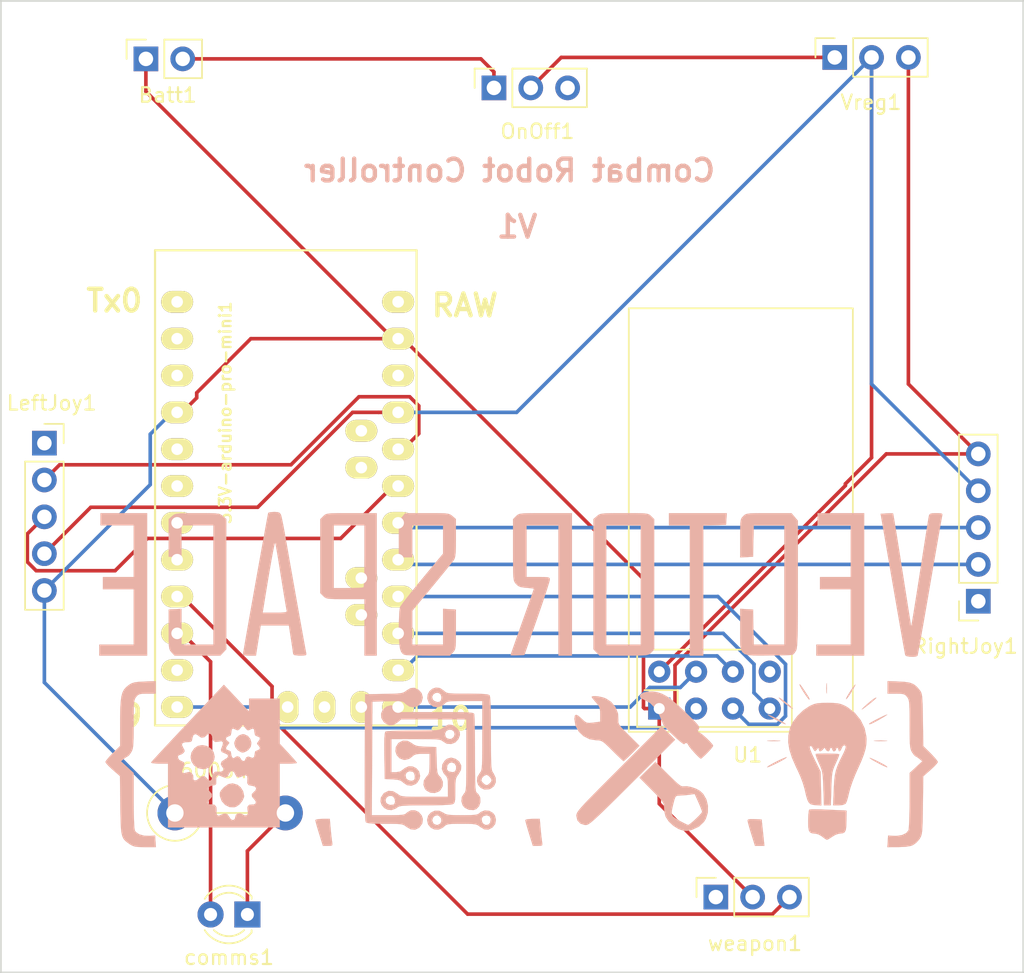
<source format=kicad_pcb>
(kicad_pcb (version 20171130) (host pcbnew 5.1.2)

  (general
    (thickness 1.6)
    (drawings 10)
    (tracks 105)
    (zones 0)
    (modules 11)
    (nets 31)
  )

  (page A4)
  (layers
    (0 F.Cu signal)
    (31 B.Cu signal)
    (32 B.Adhes user)
    (33 F.Adhes user)
    (34 B.Paste user)
    (35 F.Paste user)
    (36 B.SilkS user)
    (37 F.SilkS user)
    (38 B.Mask user)
    (39 F.Mask user)
    (40 Dwgs.User user)
    (41 Cmts.User user)
    (42 Eco1.User user)
    (43 Eco2.User user)
    (44 Edge.Cuts user)
    (45 Margin user)
    (46 B.CrtYd user)
    (47 F.CrtYd user)
    (48 B.Fab user)
    (49 F.Fab user)
  )

  (setup
    (last_trace_width 0.25)
    (trace_clearance 0.2)
    (zone_clearance 0.508)
    (zone_45_only no)
    (trace_min 0.2)
    (via_size 0.8)
    (via_drill 0.4)
    (via_min_size 0.4)
    (via_min_drill 0.3)
    (uvia_size 0.3)
    (uvia_drill 0.1)
    (uvias_allowed no)
    (uvia_min_size 0.2)
    (uvia_min_drill 0.1)
    (edge_width 0.05)
    (segment_width 0.2)
    (pcb_text_width 0.3)
    (pcb_text_size 1.5 1.5)
    (mod_edge_width 0.12)
    (mod_text_size 1 1)
    (mod_text_width 0.15)
    (pad_size 1.524 1.524)
    (pad_drill 0.762)
    (pad_to_mask_clearance 0.051)
    (solder_mask_min_width 0.25)
    (aux_axis_origin 0 0)
    (visible_elements FFFFFF7F)
    (pcbplotparams
      (layerselection 0x010fc_ffffffff)
      (usegerberextensions false)
      (usegerberattributes false)
      (usegerberadvancedattributes false)
      (creategerberjobfile false)
      (excludeedgelayer true)
      (linewidth 0.100000)
      (plotframeref false)
      (viasonmask false)
      (mode 1)
      (useauxorigin false)
      (hpglpennumber 1)
      (hpglpenspeed 20)
      (hpglpendiameter 15.000000)
      (psnegative false)
      (psa4output false)
      (plotreference true)
      (plotvalue true)
      (plotinvisibletext false)
      (padsonsilk false)
      (subtractmaskfromsilk false)
      (outputformat 1)
      (mirror false)
      (drillshape 0)
      (scaleselection 1)
      (outputdirectory "pcb/"))
  )

  (net 0 "")
  (net 1 +3V3)
  (net 2 GND)
  (net 3 +12V)
  (net 4 "Net-(U1-Pad8)")
  (net 5 "Net-(LeftJoy1-Pad1)")
  (net 6 "Net-(RightJoy1-Pad1)")
  (net 7 "Net-(OnOff1-Pad3)")
  (net 8 "Net-(weapon1-Pad1)")
  (net 9 "Net-(600ohm1-Pad2)")
  (net 10 "Net-(3.3V-arduino-pro-mini1-Pad10)")
  (net 11 "Net-(3.3V-arduino-pro-mini1-Pad19)")
  (net 12 "Net-(3.3V-arduino-pro-mini1-Pad20)")
  (net 13 "Net-(3.3V-arduino-pro-mini1-Pad18)")
  (net 14 "Net-(3.3V-arduino-pro-mini1-Pad17)")
  (net 15 "Net-(3.3V-arduino-pro-mini1-Pad12)")
  (net 16 "Net-(3.3V-arduino-pro-mini1-Pad13)")
  (net 17 "Net-(3.3V-arduino-pro-mini1-Pad16)")
  (net 18 "Net-(3.3V-arduino-pro-mini1-Pad14)")
  (net 19 "Net-(3.3V-arduino-pro-mini1-Pad15)")
  (net 20 "Net-(3.3V-arduino-pro-mini1-Pad9)")
  (net 21 "Net-(3.3V-arduino-pro-mini1-Pad1)")
  (net 22 "Net-(3.3V-arduino-pro-mini1-Pad2)")
  (net 23 "Net-(3.3V-arduino-pro-mini1-Pad3)")
  (net 24 "Net-(3.3V-arduino-pro-mini1-Pad5)")
  (net 25 "Net-(3.3V-arduino-pro-mini1-Pad6)")
  (net 26 "Net-(3.3V-arduino-pro-mini1-Pad7)")
  (net 27 "Net-(3.3V-arduino-pro-mini1-Pad8)")
  (net 28 "Net-(3.3V-arduino-pro-mini1-Pad11)")
  (net 29 "Net-(3.3V-arduino-pro-mini1-Pad22)")
  (net 30 "Net-(3.3V-arduino-pro-mini1-Pad24)")

  (net_class Default "This is the default net class."
    (clearance 0.2)
    (trace_width 0.25)
    (via_dia 0.8)
    (via_drill 0.4)
    (uvia_dia 0.3)
    (uvia_drill 0.1)
    (add_net +12V)
    (add_net +3V3)
    (add_net GND)
    (add_net "Net-(3.3V-arduino-pro-mini1-Pad1)")
    (add_net "Net-(3.3V-arduino-pro-mini1-Pad10)")
    (add_net "Net-(3.3V-arduino-pro-mini1-Pad11)")
    (add_net "Net-(3.3V-arduino-pro-mini1-Pad12)")
    (add_net "Net-(3.3V-arduino-pro-mini1-Pad13)")
    (add_net "Net-(3.3V-arduino-pro-mini1-Pad14)")
    (add_net "Net-(3.3V-arduino-pro-mini1-Pad15)")
    (add_net "Net-(3.3V-arduino-pro-mini1-Pad16)")
    (add_net "Net-(3.3V-arduino-pro-mini1-Pad17)")
    (add_net "Net-(3.3V-arduino-pro-mini1-Pad18)")
    (add_net "Net-(3.3V-arduino-pro-mini1-Pad19)")
    (add_net "Net-(3.3V-arduino-pro-mini1-Pad2)")
    (add_net "Net-(3.3V-arduino-pro-mini1-Pad20)")
    (add_net "Net-(3.3V-arduino-pro-mini1-Pad22)")
    (add_net "Net-(3.3V-arduino-pro-mini1-Pad24)")
    (add_net "Net-(3.3V-arduino-pro-mini1-Pad3)")
    (add_net "Net-(3.3V-arduino-pro-mini1-Pad5)")
    (add_net "Net-(3.3V-arduino-pro-mini1-Pad6)")
    (add_net "Net-(3.3V-arduino-pro-mini1-Pad7)")
    (add_net "Net-(3.3V-arduino-pro-mini1-Pad8)")
    (add_net "Net-(3.3V-arduino-pro-mini1-Pad9)")
    (add_net "Net-(600ohm1-Pad2)")
    (add_net "Net-(LeftJoy1-Pad1)")
    (add_net "Net-(OnOff1-Pad3)")
    (add_net "Net-(RightJoy1-Pad1)")
    (add_net "Net-(U1-Pad8)")
    (add_net "Net-(weapon1-Pad1)")
  )

  (module vslogo:vs_logo (layer B.Cu) (tedit 0) (tstamp 5DCAB2C8)
    (at 206.325 86.925 180)
    (fp_text reference G*** (at 0 0) (layer F.SilkS) hide
      (effects (font (size 1.524 1.524) (thickness 0.3)))
    )
    (fp_text value LOGO (at 0.75 0) (layer F.SilkS) hide
      (effects (font (size 1.524 1.524) (thickness 0.3)))
    )
    (fp_poly (pts (xy 19.393609 -3.716986) (xy 19.597837 -3.912572) (xy 19.714858 -4.177363) (xy 19.727333 -4.296145)
      (xy 19.655406 -4.546088) (xy 19.475462 -4.76434) (xy 19.241257 -4.895163) (xy 19.134666 -4.910667)
      (xy 18.968859 -4.860626) (xy 18.770962 -4.739772) (xy 18.765084 -4.735188) (xy 18.592539 -4.508663)
      (xy 18.549723 -4.241312) (xy 18.620748 -3.97873) (xy 18.789723 -3.766512) (xy 19.040758 -3.650251)
      (xy 19.146531 -3.640667) (xy 19.393609 -3.716986)) (layer B.SilkS) (width 0.01))
    (fp_poly (pts (xy 22.243772 -4.450042) (xy 22.479405 -4.607042) (xy 22.682738 -4.908438) (xy 22.742513 -5.22895)
      (xy 22.676465 -5.536126) (xy 22.502327 -5.797516) (xy 22.237833 -5.98067) (xy 21.900717 -6.053137)
      (xy 21.698723 -6.035582) (xy 21.462926 -5.916439) (xy 21.25463 -5.68564) (xy 21.115657 -5.400257)
      (xy 21.082 -5.193991) (xy 21.155438 -4.874644) (xy 21.348787 -4.623585) (xy 21.621593 -4.457804)
      (xy 21.933406 -4.394293) (xy 22.243772 -4.450042)) (layer B.SilkS) (width 0.01))
    (fp_poly (pts (xy 20.139224 -7.083566) (xy 20.429443 -7.290084) (xy 20.46618 -7.325913) (xy 20.646419 -7.524385)
      (xy 20.723301 -7.68255) (xy 20.724229 -7.867691) (xy 20.71434 -7.935196) (xy 20.589354 -8.26836)
      (xy 20.359169 -8.520836) (xy 20.063116 -8.667919) (xy 19.740523 -8.684904) (xy 19.59086 -8.640891)
      (xy 19.365708 -8.482818) (xy 19.172682 -8.243184) (xy 19.060936 -7.989257) (xy 19.05 -7.900711)
      (xy 19.117253 -7.583395) (xy 19.291498 -7.300446) (xy 19.5133 -7.128483) (xy 19.846721 -7.032367)
      (xy 20.139224 -7.083566)) (layer B.SilkS) (width 0.01))
    (fp_poly (pts (xy 28.956 10.752667) (xy 26.67 10.752667) (xy 26.67 7.196667) (xy 28.786666 7.196667)
      (xy 28.786666 6.35) (xy 26.67 6.35) (xy 26.67 2.54) (xy 29.040666 2.54)
      (xy 29.040666 1.778) (xy 25.738666 1.778) (xy 25.738666 11.599333) (xy 28.956 11.599333)
      (xy 28.956 10.752667)) (layer B.SilkS) (width 0.01))
    (fp_poly (pts (xy 22.808782 11.598526) (xy 23.207771 11.594017) (xy 23.491174 11.582673) (xy 23.685865 11.561362)
      (xy 23.818716 11.526954) (xy 23.9166 11.476316) (xy 24.006391 11.406316) (xy 24.019445 11.395137)
      (xy 24.257 11.190941) (xy 24.257 8.593667) (xy 23.8125 8.568076) (xy 23.368 8.542484)
      (xy 23.368 10.752667) (xy 21.166666 10.752667) (xy 21.166666 2.54) (xy 23.368 2.54)
      (xy 23.368 5.004183) (xy 23.8125 4.978591) (xy 24.257 4.953) (xy 24.257 3.583796)
      (xy 24.256029 3.072458) (xy 24.250673 2.702108) (xy 24.237268 2.4444) (xy 24.212148 2.27099)
      (xy 24.171648 2.153532) (xy 24.112104 2.063683) (xy 24.051741 1.996296) (xy 23.846482 1.778)
      (xy 20.688183 1.778) (xy 20.482925 1.996488) (xy 20.277666 2.214976) (xy 20.277666 11.190662)
      (xy 20.515221 11.394998) (xy 20.605963 11.467919) (xy 20.701106 11.521039) (xy 20.827522 11.557494)
      (xy 21.012082 11.580416) (xy 21.281659 11.59294) (xy 21.663125 11.598199) (xy 22.183352 11.599327)
      (xy 22.267333 11.599333) (xy 22.808782 11.598526)) (layer B.SilkS) (width 0.01))
    (fp_poly (pts (xy 17.205647 11.670514) (xy 17.361019 11.636512) (xy 17.387352 11.61818) (xy 17.40686 11.529074)
      (xy 17.452498 11.291105) (xy 17.521072 10.922185) (xy 17.609388 10.440224) (xy 17.714253 9.863135)
      (xy 17.832472 9.208829) (xy 17.960853 8.495218) (xy 18.096202 7.740214) (xy 18.235325 6.961728)
      (xy 18.375028 6.177673) (xy 18.512118 5.405958) (xy 18.643401 4.664498) (xy 18.765683 3.971202)
      (xy 18.875772 3.343983) (xy 18.970472 2.800752) (xy 19.046591 2.359422) (xy 19.100935 2.037903)
      (xy 19.13031 1.854108) (xy 19.134666 1.818317) (xy 19.058213 1.795895) (xy 18.861638 1.781257)
      (xy 18.685133 1.778) (xy 18.235601 1.778) (xy 18.071232 2.815167) (xy 17.906863 3.852333)
      (xy 15.964846 3.852333) (xy 15.819571 2.921) (xy 15.760368 2.535383) (xy 15.711744 2.207215)
      (xy 15.679342 1.975314) (xy 15.668815 1.883833) (xy 15.585443 1.813885) (xy 15.341967 1.780982)
      (xy 15.196053 1.778) (xy 14.930496 1.782916) (xy 14.797168 1.808805) (xy 14.75902 1.87238)
      (xy 14.773746 1.9685) (xy 14.798934 2.09556) (xy 14.850041 2.369989) (xy 14.923603 2.772394)
      (xy 15.016154 3.283379) (xy 15.124233 3.883551) (xy 15.244373 4.553514) (xy 15.292356 4.822007)
      (xy 16.113473 4.822007) (xy 16.165583 4.778699) (xy 16.30298 4.754321) (xy 16.554181 4.743619)
      (xy 16.922304 4.741333) (xy 17.769353 4.741333) (xy 17.718878 5.058833) (xy 17.565949 6.01051)
      (xy 17.42415 6.872558) (xy 17.295387 7.634392) (xy 17.181567 8.285427) (xy 17.084594 8.815077)
      (xy 17.006374 9.212757) (xy 16.948813 9.467882) (xy 16.913816 9.569868) (xy 16.907215 9.567333)
      (xy 16.881005 9.452204) (xy 16.832866 9.193291) (xy 16.766825 8.814143) (xy 16.686906 8.338308)
      (xy 16.597137 7.789336) (xy 16.509162 7.239) (xy 16.414045 6.642122) (xy 16.325556 6.09539)
      (xy 16.247662 5.622639) (xy 16.184329 5.247702) (xy 16.139524 4.994414) (xy 16.118131 4.8895)
      (xy 16.113473 4.822007) (xy 15.292356 4.822007) (xy 15.373112 5.273873) (xy 15.506985 6.025235)
      (xy 15.642528 6.788204) (xy 15.776277 7.543385) (xy 15.904768 8.271385) (xy 16.024537 8.952808)
      (xy 16.13212 9.56826) (xy 16.168773 9.779) (xy 16.258094 10.279342) (xy 16.343517 10.732264)
      (xy 16.418891 11.107053) (xy 16.478062 11.372991) (xy 16.512218 11.4935) (xy 16.594203 11.616146)
      (xy 16.741104 11.672016) (xy 16.968854 11.684) (xy 17.205647 11.670514)) (layer B.SilkS) (width 0.01))
    (fp_poly (pts (xy 12.229713 11.598872) (xy 12.668736 11.595767) (xy 12.986744 11.587441) (xy 13.207896 11.571316)
      (xy 13.356349 11.544814) (xy 13.456265 11.505356) (xy 13.5318 11.450364) (xy 13.592848 11.391515)
      (xy 13.800666 11.183697) (xy 13.800666 6.088303) (xy 13.592848 5.880485) (xy 13.50781 5.801747)
      (xy 13.416465 5.745918) (xy 13.289958 5.709062) (xy 13.099432 5.687246) (xy 12.816032 5.676533)
      (xy 12.410902 5.67299) (xy 12.068848 5.672667) (xy 10.752666 5.672667) (xy 10.752666 1.778)
      (xy 9.906 1.778) (xy 9.906 10.752667) (xy 10.752666 10.752667) (xy 10.752666 8.650111)
      (xy 10.75485 8.069724) (xy 10.760991 7.546186) (xy 10.770472 7.103064) (xy 10.782679 6.763924)
      (xy 10.796993 6.552334) (xy 10.809111 6.491111) (xy 10.911307 6.469052) (xy 11.147355 6.451031)
      (xy 11.481787 6.43894) (xy 11.867444 6.434667) (xy 12.869333 6.434667) (xy 12.869333 10.752667)
      (xy 10.752666 10.752667) (xy 9.906 10.752667) (xy 9.906 11.599333) (xy 11.645515 11.599333)
      (xy 12.229713 11.598872)) (layer B.SilkS) (width 0.01))
    (fp_poly (pts (xy 8.162807 11.338837) (xy 8.247321 11.232201) (xy 8.306738 11.126019) (xy 8.345476 10.989572)
      (xy 8.367953 10.792142) (xy 8.378587 10.503009) (xy 8.381798 10.091455) (xy 8.382 9.814837)
      (xy 8.382 8.551333) (xy 7.450666 8.551333) (xy 7.450666 10.752667) (xy 5.334 10.752667)
      (xy 5.334 8.804596) (xy 6.775217 7.069854) (xy 7.16447 6.59699) (xy 7.52016 6.156651)
      (xy 7.826949 5.768486) (xy 8.0695 5.452144) (xy 8.232476 5.227274) (xy 8.299217 5.117378)
      (xy 8.328567 4.95734) (xy 8.353339 4.664351) (xy 8.371509 4.274773) (xy 8.381051 3.824969)
      (xy 8.382 3.630951) (xy 8.374294 3.032325) (xy 8.348121 2.581017) (xy 8.298896 2.25558)
      (xy 8.222038 2.03457) (xy 8.112961 1.89654) (xy 7.997206 1.830594) (xy 7.870909 1.813515)
      (xy 7.605562 1.798752) (xy 7.231447 1.787277) (xy 6.77884 1.78006) (xy 6.357833 1.778)
      (xy 4.855517 1.778) (xy 4.650258 1.996309) (xy 4.573757 2.08415) (xy 4.519092 2.178018)
      (xy 4.482596 2.306259) (xy 4.460605 2.497218) (xy 4.449454 2.77924) (xy 4.445478 3.18067)
      (xy 4.445 3.583809) (xy 4.445 4.953) (xy 4.8895 4.978591) (xy 5.334 5.004183)
      (xy 5.334 2.54) (xy 7.450666 2.54) (xy 7.450666 4.870464) (xy 6.085149 6.520399)
      (xy 5.70402 6.98254) (xy 5.352816 7.411473) (xy 5.047984 7.786867) (xy 4.805966 8.088394)
      (xy 4.643208 8.295724) (xy 4.582315 8.378277) (xy 4.527437 8.491816) (xy 4.488791 8.65749)
      (xy 4.463869 8.902861) (xy 4.450168 9.255489) (xy 4.445179 9.742936) (xy 4.445 9.888441)
      (xy 4.445 11.190662) (xy 4.682554 11.394998) (xy 4.773383 11.467978) (xy 4.868624 11.521123)
      (xy 4.99518 11.557577) (xy 5.179956 11.580482) (xy 5.449858 11.59298) (xy 5.83179 11.598214)
      (xy 6.352657 11.599328) (xy 6.431861 11.599333) (xy 7.943614 11.599333) (xy 8.162807 11.338837)) (layer B.SilkS) (width 0.01))
    (fp_poly (pts (xy -1.131876 11.598932) (xy -0.677805 11.596128) (xy -0.346143 11.588522) (xy -0.113426 11.573714)
      (xy 0.043806 11.549305) (xy 0.149016 11.512895) (xy 0.225667 11.462085) (xy 0.297222 11.394475)
      (xy 0.300181 11.391515) (xy 0.508 11.183697) (xy 0.508 9.067903) (xy 0.507627 8.415509)
      (xy 0.505281 7.910727) (xy 0.499122 7.531835) (xy 0.487309 7.257111) (xy 0.468 7.064835)
      (xy 0.439356 6.933284) (xy 0.399536 6.840738) (xy 0.346698 6.765473) (xy 0.309105 6.720881)
      (xy 0.164547 6.584503) (xy -0.011172 6.505833) (xy -0.276175 6.463152) (xy -0.410561 6.451984)
      (xy -0.682111 6.42797) (xy -0.870514 6.402953) (xy -0.931334 6.384714) (xy -0.904018 6.300482)
      (xy -0.826863 6.077227) (xy -0.707055 5.735367) (xy -0.551782 5.295323) (xy -0.368232 4.777512)
      (xy -0.163593 4.202353) (xy -0.127 4.099715) (xy 0.080594 3.516338) (xy 0.268312 2.986376)
      (xy 0.428959 2.530341) (xy 0.55534 2.16874) (xy 0.64026 1.922084) (xy 0.676524 1.810881)
      (xy 0.677333 1.806934) (xy 0.600805 1.790762) (xy 0.402937 1.787717) (xy 0.200202 1.794942)
      (xy -0.276928 1.820333) (xy -1.149907 4.318) (xy -1.366078 4.942018) (xy -1.563056 5.521263)
      (xy -1.733958 6.034656) (xy -1.871904 6.461115) (xy -1.970012 6.779559) (xy -2.0214 6.968908)
      (xy -2.027443 7.006167) (xy -2.021438 7.094465) (xy -1.977313 7.150164) (xy -1.863592 7.180761)
      (xy -1.648798 7.193755) (xy -1.301454 7.196642) (xy -1.227667 7.196667) (xy -0.423334 7.196667)
      (xy -0.423334 10.752667) (xy -2.624667 10.752667) (xy -2.624667 1.778) (xy -3.556 1.778)
      (xy -3.556 11.599333) (xy -1.731819 11.599333) (xy -1.131876 11.598932)) (layer B.SilkS) (width 0.01))
    (fp_poly (pts (xy -6.59502 11.598691) (xy -6.171051 11.594931) (xy -5.86558 11.5853) (xy -5.65319 11.567049)
      (xy -5.508463 11.537425) (xy -5.405981 11.493677) (xy -5.320328 11.433053) (xy -5.275222 11.394998)
      (xy -5.037667 11.190662) (xy -5.037667 2.214976) (xy -5.242926 1.996488) (xy -5.448184 1.778)
      (xy -7.130608 1.778) (xy -7.703989 1.778509) (xy -8.132702 1.781843) (xy -8.441411 1.790714)
      (xy -8.654779 1.807834) (xy -8.797472 1.835914) (xy -8.894153 1.877666) (xy -8.969487 1.935801)
      (xy -9.020849 1.985818) (xy -9.228667 2.193637) (xy -9.228667 10.752667) (xy -8.297334 10.752667)
      (xy -8.297334 2.54) (xy -5.926667 2.54) (xy -5.926667 10.752667) (xy -8.297334 10.752667)
      (xy -9.228667 10.752667) (xy -9.228667 11.183697) (xy -9.020849 11.391515) (xy -8.945215 11.46288)
      (xy -8.864813 11.515693) (xy -8.754678 11.552746) (xy -8.589846 11.576832) (xy -8.345352 11.590743)
      (xy -7.996233 11.597273) (xy -7.517523 11.599212) (xy -7.162904 11.599333) (xy -6.59502 11.598691)) (layer B.SilkS) (width 0.01))
    (fp_poly (pts (xy -10.244667 10.752667) (xy -11.684 10.752667) (xy -11.684 1.778) (xy -12.615334 1.778)
      (xy -12.615334 10.746312) (xy -13.3985 10.770656) (xy -14.181667 10.795) (xy -14.207473 11.197167)
      (xy -14.233278 11.599333) (xy -10.244667 11.599333) (xy -10.244667 10.752667)) (layer B.SilkS) (width 0.01))
    (fp_poly (pts (xy -16.583489 11.598707) (xy -16.176853 11.594806) (xy -15.887881 11.584598) (xy -15.690742 11.565051)
      (xy -15.5596 11.533132) (xy -15.468623 11.485809) (xy -15.391975 11.420049) (xy -15.363152 11.391515)
      (xy -15.284529 11.306626) (xy -15.228742 11.215456) (xy -15.191878 11.089214) (xy -15.170021 10.899106)
      (xy -15.159257 10.616341) (xy -15.155671 10.212126) (xy -15.155334 9.863091) (xy -15.155334 8.542484)
      (xy -15.599834 8.568076) (xy -16.044334 8.593667) (xy -16.091726 10.752667) (xy -18.203334 10.752667)
      (xy -18.203334 2.54) (xy -16.091316 2.54) (xy -16.044334 4.953) (xy -15.599834 4.978591)
      (xy -15.155334 5.004183) (xy -15.155334 3.575183) (xy -15.153716 3.000334) (xy -15.162337 2.562705)
      (xy -15.201403 2.243765) (xy -15.291123 2.024987) (xy -15.451705 1.887842) (xy -15.703358 1.813801)
      (xy -16.066291 1.784335) (xy -16.56071 1.780915) (xy -17.108124 1.784684) (xy -17.610378 1.789071)
      (xy -18.057393 1.7972) (xy -18.420286 1.808205) (xy -18.670177 1.821221) (xy -18.776615 1.834667)
      (xy -18.888708 1.935529) (xy -19.008314 2.117925) (xy -19.009449 2.120112) (xy -19.037997 2.196815)
      (xy -19.06199 2.316342) (xy -19.081801 2.492366) (xy -19.097801 2.738563) (xy -19.110364 3.068608)
      (xy -19.11986 3.496175) (xy -19.126663 4.03494) (xy -19.131144 4.698576) (xy -19.133676 5.500759)
      (xy -19.134631 6.455164) (xy -19.134667 6.7203) (xy -19.134667 11.078341) (xy -18.696281 11.599333)
      (xy -17.133626 11.599333) (xy -16.583489 11.598707)) (layer B.SilkS) (width 0.01))
    (fp_poly (pts (xy -20.489334 10.752667) (xy -22.775334 10.752667) (xy -22.775334 7.196667) (xy -20.658667 7.196667)
      (xy -20.658667 6.35) (xy -22.775334 6.35) (xy -22.775334 2.54) (xy -20.404667 2.54)
      (xy -20.404667 1.778) (xy -23.706667 1.778) (xy -23.706667 11.599333) (xy -20.489334 11.599333)
      (xy -20.489334 10.752667)) (layer B.SilkS) (width 0.01))
    (fp_poly (pts (xy -28.4039 11.591306) (xy -28.256939 11.555858) (xy -28.188345 11.475943) (xy -28.168057 11.408834)
      (xy -28.146231 11.287472) (xy -28.101551 11.016632) (xy -28.036845 10.614213) (xy -27.954946 10.09811)
      (xy -27.858681 9.486221) (xy -27.750883 8.796442) (xy -27.63438 8.04667) (xy -27.545341 7.470946)
      (xy -27.425695 6.699838) (xy -27.313575 5.985017) (xy -27.211636 5.342848) (xy -27.122533 4.789697)
      (xy -27.04892 4.341927) (xy -26.993452 4.015904) (xy -26.958785 3.827992) (xy -26.947853 3.787946)
      (xy -26.931318 3.882304) (xy -26.891491 4.127108) (xy -26.831039 4.505477) (xy -26.75263 5.000526)
      (xy -26.658931 5.595371) (xy -26.552609 6.273127) (xy -26.436331 7.016912) (xy -26.329586 7.701749)
      (xy -26.206747 8.48761) (xy -26.091153 9.220792) (xy -25.985505 9.884614) (xy -25.892504 10.462392)
      (xy -25.814851 10.937445) (xy -25.755249 11.29309) (xy -25.716399 11.512645) (xy -25.701558 11.579999)
      (xy -25.607854 11.591862) (xy -25.401019 11.590052) (xy -25.256294 11.582916) (xy -24.839863 11.557)
      (xy -25.671186 6.731) (xy -25.823827 5.846902) (xy -25.968725 5.011522) (xy -26.103214 4.239983)
      (xy -26.224624 3.547409) (xy -26.330288 2.948926) (xy -26.417538 2.459658) (xy -26.483704 2.094728)
      (xy -26.52612 1.869262) (xy -26.541264 1.799167) (xy -26.640698 1.738078) (xy -26.841355 1.701921)
      (xy -27.076595 1.693376) (xy -27.279776 1.715121) (xy -27.381865 1.765376) (xy -27.404007 1.859932)
      (xy -27.451813 2.106286) (xy -27.522586 2.489295) (xy -27.613629 2.993814) (xy -27.722244 3.6047)
      (xy -27.845735 4.306809) (xy -27.981405 5.084998) (xy -28.126556 5.924123) (xy -28.237596 6.570209)
      (xy -28.388239 7.447231) (xy -28.531332 8.276696) (xy -28.664164 9.043142) (xy -28.784028 9.731103)
      (xy -28.888213 10.325116) (xy -28.97401 10.809716) (xy -29.03871 11.16944) (xy -29.079602 11.388821)
      (xy -29.092774 11.451167) (xy -29.096558 11.536732) (xy -29.019104 11.581483) (xy -28.825251 11.597877)
      (xy -28.674551 11.599333) (xy -28.4039 11.591306)) (layer B.SilkS) (width 0.01))
    (fp_poly (pts (xy -21.109094 -0.156772) (xy -21.104878 -0.192388) (xy -21.09133 -0.491383) (xy -21.104394 -0.775322)
      (xy -21.105561 -0.785055) (xy -21.12153 -0.843411) (xy -21.133282 -0.752391) (xy -21.138738 -0.531937)
      (xy -21.138885 -0.465667) (xy -21.134652 -0.22538) (xy -21.12403 -0.116859) (xy -21.109094 -0.156772)) (layer B.SilkS) (width 0.01))
    (fp_poly (pts (xy -19.267256 -0.284281) (xy -19.360863 -0.462659) (xy -19.498552 -0.691578) (xy -19.652647 -0.927775)
      (xy -19.795477 -1.127985) (xy -19.899367 -1.248945) (xy -19.927571 -1.266172) (xy -19.937504 -1.208454)
      (xy -19.865509 -1.062078) (xy -19.849753 -1.037167) (xy -19.606494 -0.664607) (xy -19.43892 -0.415012)
      (xy -19.332401 -0.26811) (xy -19.272306 -0.203626) (xy -19.245405 -0.199707) (xy -19.267256 -0.284281)) (layer B.SilkS) (width 0.01))
    (fp_poly (pts (xy -23.02315 -0.287175) (xy -22.864459 -0.506007) (xy -22.762363 -0.658074) (xy -22.599948 -0.917327)
      (xy -22.489643 -1.118726) (xy -22.451616 -1.22481) (xy -22.45397 -1.230858) (xy -22.515045 -1.185818)
      (xy -22.636511 -1.028069) (xy -22.792947 -0.790878) (xy -22.80484 -0.771689) (xy -22.991326 -0.457143)
      (xy -23.088558 -0.268022) (xy -23.098508 -0.209606) (xy -23.02315 -0.287175)) (layer B.SilkS) (width 0.01))
    (fp_poly (pts (xy -17.859078 -1.187078) (xy -18.007592 -1.327452) (xy -18.231635 -1.514775) (xy -18.287092 -1.558748)
      (xy -18.526044 -1.738732) (xy -18.703474 -1.857585) (xy -18.788196 -1.894852) (xy -18.791275 -1.889451)
      (xy -18.728673 -1.806003) (xy -18.573627 -1.662337) (xy -18.366515 -1.490251) (xy -18.147713 -1.321541)
      (xy -17.957597 -1.188007) (xy -17.836544 -1.121445) (xy -17.815842 -1.12127) (xy -17.859078 -1.187078)) (layer B.SilkS) (width 0.01))
    (fp_poly (pts (xy -24.459732 -1.148401) (xy -24.405167 -1.177819) (xy -24.276898 -1.267329) (xy -24.09275 -1.415409)
      (xy -23.889626 -1.589519) (xy -23.704427 -1.757116) (xy -23.574057 -1.88566) (xy -23.535418 -1.94261)
      (xy -23.537334 -1.943094) (xy -23.61932 -1.895654) (xy -23.796554 -1.767704) (xy -24.032861 -1.585515)
      (xy -24.0665 -1.558844) (xy -24.346584 -1.32905) (xy -24.509162 -1.179907) (xy -24.548717 -1.117621)
      (xy -24.459732 -1.148401)) (layer B.SilkS) (width 0.01))
    (fp_poly (pts (xy -17.075512 -2.321547) (xy -17.204362 -2.410312) (xy -17.41062 -2.5329) (xy -17.656982 -2.66892)
      (xy -17.906146 -2.797981) (xy -18.12081 -2.899692) (xy -18.263671 -2.953661) (xy -18.288 -2.957517)
      (xy -18.27777 -2.922668) (xy -18.142716 -2.828323) (xy -17.908952 -2.691741) (xy -17.781039 -2.622439)
      (xy -17.481573 -2.468692) (xy -17.235873 -2.352094) (xy -17.084378 -2.291494) (xy -17.061372 -2.286996)
      (xy -17.075512 -2.321547)) (layer B.SilkS) (width 0.01))
    (fp_poly (pts (xy -25.187208 -2.322139) (xy -24.985119 -2.412635) (xy -24.729664 -2.536918) (xy -24.464721 -2.672663)
      (xy -24.234168 -2.797545) (xy -24.081884 -2.88924) (xy -24.045334 -2.922064) (xy -24.073891 -2.957636)
      (xy -24.174502 -2.933939) (xy -24.369577 -2.841713) (xy -24.681526 -2.671696) (xy -24.765 -2.624667)
      (xy -25.029985 -2.47044) (xy -25.216679 -2.353218) (xy -25.294974 -2.292246) (xy -25.292054 -2.287753)
      (xy -25.187208 -2.322139)) (layer B.SilkS) (width 0.01))
    (fp_poly (pts (xy -17.158971 -4.080962) (xy -17.078946 -4.086798) (xy -16.999784 -4.100346) (xy -17.072653 -4.110995)
      (xy -17.280259 -4.117388) (xy -17.483667 -4.118614) (xy -17.765249 -4.115478) (xy -17.917749 -4.107393)
      (xy -17.926182 -4.095714) (xy -17.840946 -4.086329) (xy -17.502038 -4.073517) (xy -17.158971 -4.080962)) (layer B.SilkS) (width 0.01))
    (fp_poly (pts (xy -24.524971 -4.080962) (xy -24.444946 -4.086798) (xy -24.365784 -4.100346) (xy -24.438653 -4.110995)
      (xy -24.646259 -4.117388) (xy -24.849667 -4.118614) (xy -25.131249 -4.115478) (xy -25.283749 -4.107393)
      (xy -25.292182 -4.095714) (xy -25.206946 -4.086329) (xy -24.868038 -4.073517) (xy -24.524971 -4.080962)) (layer B.SilkS) (width 0.01))
    (fp_poly (pts (xy -8.763582 -0.708526) (xy -8.492038 -0.773605) (xy -8.310539 -0.878193) (xy -8.237994 -1.004738)
      (xy -8.29331 -1.135687) (xy -8.495396 -1.253486) (xy -8.506288 -1.257491) (xy -8.952693 -1.500122)
      (xy -9.319876 -1.88119) (xy -9.579151 -2.324692) (xy -9.702612 -2.597827) (xy -9.789846 -2.814034)
      (xy -9.821267 -2.922869) (xy -9.877105 -3.025362) (xy -10.025685 -3.202666) (xy -10.23873 -3.427891)
      (xy -10.487969 -3.674145) (xy -10.745125 -3.91454) (xy -10.981927 -4.122183) (xy -11.170098 -4.270186)
      (xy -11.281365 -4.331657) (xy -11.297517 -4.326872) (xy -11.41635 -4.237444) (xy -11.532154 -4.302488)
      (xy -11.57157 -4.3815) (xy -11.647973 -4.50398) (xy -11.800266 -4.693544) (xy -11.992246 -4.910755)
      (xy -12.187707 -5.116177) (xy -12.350445 -5.270372) (xy -12.444254 -5.333902) (xy -12.446 -5.334)
      (xy -12.525588 -5.278168) (xy -12.687196 -5.131868) (xy -12.893683 -4.928925) (xy -13.096108 -4.711587)
      (xy -13.239692 -4.534856) (xy -13.292667 -4.438909) (xy -13.233264 -4.333913) (xy -13.081172 -4.160094)
      (xy -12.875566 -3.954863) (xy -12.655622 -3.755631) (xy -12.460517 -3.599808) (xy -12.33825 -3.5275)
      (xy -12.238616 -3.46642) (xy -12.261706 -3.357097) (xy -12.295916 -3.297339) (xy -12.32729 -3.224253)
      (xy -12.320107 -3.142582) (xy -12.259197 -3.032942) (xy -12.12939 -2.875952) (xy -11.915517 -2.652227)
      (xy -11.60241 -2.342385) (xy -11.376435 -2.122446) (xy -10.871064 -1.646509) (xy -10.449166 -1.286295)
      (xy -10.086671 -1.026727) (xy -9.759511 -0.852729) (xy -9.443614 -0.749225) (xy -9.114912 -0.701139)
      (xy -9.106262 -0.700512) (xy -8.763582 -0.708526)) (layer B.SilkS) (width 0.01))
    (fp_poly (pts (xy -4.970541 -1.024879) (xy -4.910667 -1.069238) (xy -4.962855 -1.157085) (xy -5.096577 -1.324401)
      (xy -5.207 -1.450482) (xy -5.377617 -1.657302) (xy -5.466387 -1.838914) (xy -5.499406 -2.068381)
      (xy -5.503334 -2.280151) (xy -5.503334 -2.781815) (xy -5.030924 -2.840839) (xy -4.755507 -2.868593)
      (xy -4.578164 -2.850378) (xy -4.429355 -2.764281) (xy -4.244187 -2.592931) (xy -4.001328 -2.377972)
      (xy -3.843684 -2.300383) (xy -3.756749 -2.360678) (xy -3.726017 -2.559374) (xy -3.725334 -2.61135)
      (xy -3.804195 -3.064473) (xy -4.022601 -3.462394) (xy -4.353283 -3.779018) (xy -4.768973 -3.988251)
      (xy -5.242402 -4.064) (xy -5.243353 -4.064) (xy -5.414301 -4.069539) (xy -5.554909 -4.09967)
      (xy -5.69635 -4.174665) (xy -5.869794 -4.314795) (xy -6.106415 -4.540332) (xy -6.35 -4.783667)
      (xy -6.631089 -5.062538) (xy -6.868425 -5.291079) (xy -7.03715 -5.445829) (xy -7.112405 -5.503329)
      (xy -7.112577 -5.503333) (xy -7.189032 -5.44719) (xy -7.353829 -5.297085) (xy -7.57731 -5.080508)
      (xy -7.685691 -4.972147) (xy -8.212156 -4.44096) (xy -7.467672 -3.699926) (xy -7.155479 -3.385354)
      (xy -6.946671 -3.160309) (xy -6.82225 -2.997286) (xy -6.763216 -2.868781) (xy -6.750573 -2.747289)
      (xy -6.756819 -2.670815) (xy -6.730058 -2.209857) (xy -6.556533 -1.779067) (xy -6.258606 -1.417034)
      (xy -5.890989 -1.176556) (xy -5.657735 -1.09584) (xy -5.393409 -1.040024) (xy -5.147761 -1.014555)
      (xy -4.970541 -1.024879)) (layer B.SilkS) (width 0.01))
    (fp_poly (pts (xy -18.304931 -5.237388) (xy -18.128582 -5.306375) (xy -17.883908 -5.417463) (xy -17.611197 -5.551384)
      (xy -17.350737 -5.68887) (xy -17.142816 -5.810655) (xy -17.102667 -5.837141) (xy -17.010504 -5.913287)
      (xy -17.051484 -5.920324) (xy -17.207216 -5.864709) (xy -17.459305 -5.752899) (xy -17.758834 -5.606802)
      (xy -18.043236 -5.455564) (xy -18.257692 -5.326856) (xy -18.366172 -5.242806) (xy -18.372667 -5.22977)
      (xy -18.304931 -5.237388)) (layer B.SilkS) (width 0.01))
    (fp_poly (pts (xy -24.128001 -5.325526) (xy -24.289784 -5.428087) (xy -24.520245 -5.559542) (xy -24.777559 -5.697363)
      (xy -25.019898 -5.819023) (xy -25.205435 -5.901994) (xy -25.285382 -5.92537) (xy -25.290388 -5.887313)
      (xy -25.230667 -5.837212) (xy -25.047634 -5.725744) (xy -24.801796 -5.59296) (xy -24.537468 -5.460475)
      (xy -24.298963 -5.3499) (xy -24.130596 -5.282852) (xy -24.076724 -5.274387) (xy -24.128001 -5.325526)) (layer B.SilkS) (width 0.01))
    (fp_poly (pts (xy 5.247518 -3.119136) (xy 5.318559 -3.175) (xy 5.405272 -3.244846) (xy 5.492891 -3.297357)
      (xy 5.605526 -3.335025) (xy 5.767286 -3.360343) (xy 6.00228 -3.375803) (xy 6.334618 -3.3839)
      (xy 6.788409 -3.387124) (xy 7.378222 -3.387963) (xy 7.919187 -3.391435) (xy 8.405732 -3.400406)
      (xy 8.811341 -3.413911) (xy 9.1095 -3.430986) (xy 9.273695 -3.450666) (xy 9.294089 -3.457648)
      (xy 9.333394 -3.524233) (xy 9.360931 -3.678487) (xy 9.377632 -3.938795) (xy 9.384427 -4.323538)
      (xy 9.382249 -4.851098) (xy 9.378756 -5.128519) (xy 9.355666 -6.731) (xy 8.810923 -6.756611)
      (xy 8.487012 -6.783317) (xy 8.27738 -6.837423) (xy 8.127273 -6.936232) (xy 8.074132 -6.989444)
      (xy 7.809739 -7.164142) (xy 7.508208 -7.193885) (xy 7.21961 -7.07887) (xy 7.112647 -6.985689)
      (xy 6.957435 -6.732239) (xy 6.917763 -6.535768) (xy 7.280564 -6.535768) (xy 7.295939 -6.725041)
      (xy 7.337777 -6.801555) (xy 7.499276 -6.860838) (xy 7.701349 -6.825547) (xy 7.858141 -6.713759)
      (xy 7.874 -6.688667) (xy 7.925595 -6.461052) (xy 7.843018 -6.286727) (xy 7.660317 -6.19958)
      (xy 7.415258 -6.232058) (xy 7.32416 -6.343339) (xy 7.280564 -6.535768) (xy 6.917763 -6.535768)
      (xy 6.914444 -6.519333) (xy 6.985061 -6.216893) (xy 7.168845 -5.99471) (xy 7.423696 -5.870016)
      (xy 7.707517 -5.860045) (xy 7.978208 -5.982029) (xy 8.055613 -6.052204) (xy 8.299414 -6.220611)
      (xy 8.5725 -6.26387) (xy 8.89 -6.265333) (xy 8.89 -3.979333) (xy 7.196666 -3.979333)
      (xy 6.617272 -3.980355) (xy 6.183086 -3.984882) (xy 5.869987 -3.995107) (xy 5.653856 -4.013224)
      (xy 5.510572 -4.041423) (xy 5.416015 -4.081899) (xy 5.346065 -4.136845) (xy 5.334 -4.148667)
      (xy 5.073986 -4.302188) (xy 4.776552 -4.322007) (xy 4.495584 -4.217028) (xy 4.284972 -3.996153)
      (xy 4.272535 -3.973278) (xy 4.166374 -3.70136) (xy 4.172085 -3.640487) (xy 4.535577 -3.640487)
      (xy 4.589751 -3.82185) (xy 4.732321 -3.950575) (xy 4.868333 -3.979333) (xy 5.057551 -3.92623)
      (xy 5.149388 -3.840308) (xy 5.200744 -3.614391) (xy 5.118676 -3.430205) (xy 4.939086 -3.331016)
      (xy 4.738547 -3.345217) (xy 4.581332 -3.462828) (xy 4.535577 -3.640487) (xy 4.172085 -3.640487)
      (xy 4.186567 -3.486131) (xy 4.343187 -3.265467) (xy 4.396153 -3.21082) (xy 4.675284 -3.012269)
      (xy 4.955088 -2.981862) (xy 5.247518 -3.119136)) (layer B.SilkS) (width 0.01))
    (fp_poly (pts (xy 6.06996 -0.50687) (xy 6.270883 -0.678081) (xy 6.396391 -0.913919) (xy 6.419559 -1.188985)
      (xy 6.313458 -1.477879) (xy 6.259188 -1.554915) (xy 6.019765 -1.736699) (xy 5.725966 -1.786998)
      (xy 5.430849 -1.705212) (xy 5.249333 -1.566333) (xy 5.16492 -1.483326) (xy 5.073951 -1.425458)
      (xy 4.946205 -1.3882) (xy 4.751462 -1.367018) (xy 4.459501 -1.357384) (xy 4.0401 -1.354765)
      (xy 3.837574 -1.354667) (xy 2.624666 -1.354667) (xy 2.624666 -3.741043) (xy 2.625286 -4.441939)
      (xy 2.627986 -4.99328) (xy 2.634025 -5.414839) (xy 2.644661 -5.726393) (xy 2.661154 -5.947716)
      (xy 2.684762 -6.098585) (xy 2.716746 -6.198773) (xy 2.758362 -6.268057) (xy 2.787723 -6.30221)
      (xy 2.961507 -6.584391) (xy 2.997355 -6.873633) (xy 2.916507 -7.137408) (xy 2.740203 -7.343187)
      (xy 2.489682 -7.458443) (xy 2.186185 -7.450648) (xy 2.064413 -7.409935) (xy 1.820059 -7.226986)
      (xy 1.696913 -6.960754) (xy 1.699933 -6.806135) (xy 1.984421 -6.806135) (xy 2.021376 -6.922588)
      (xy 2.116666 -7.027333) (xy 2.259896 -7.146885) (xy 2.37665 -7.147896) (xy 2.482706 -7.086923)
      (xy 2.632995 -6.947481) (xy 2.692395 -6.836994) (xy 2.652553 -6.670737) (xy 2.515858 -6.519729)
      (xy 2.347315 -6.448976) (xy 2.307005 -6.451604) (xy 2.165276 -6.537216) (xy 2.057076 -6.661294)
      (xy 1.984421 -6.806135) (xy 1.699933 -6.806135) (xy 1.702908 -6.653825) (xy 1.845975 -6.348784)
      (xy 1.862666 -6.326897) (xy 1.911024 -6.257637) (xy 1.949197 -6.173806) (xy 1.978385 -6.055952)
      (xy 1.999788 -5.884621) (xy 2.014604 -5.640362) (xy 2.024034 -5.303721) (xy 2.029277 -4.855246)
      (xy 2.031532 -4.275484) (xy 2.032 -3.580745) (xy 2.034067 -2.792634) (xy 2.04058 -2.161749)
      (xy 2.052003 -1.676028) (xy 2.068803 -1.323412) (xy 2.091444 -1.091839) (xy 2.094724 -1.077946)
      (xy 5.440527 -1.077946) (xy 5.454498 -1.231906) (xy 5.531161 -1.39255) (xy 5.683575 -1.427877)
      (xy 5.73058 -1.423505) (xy 5.93386 -1.349752) (xy 6.044693 -1.248833) (xy 6.086078 -1.062293)
      (xy 6.005315 -0.901382) (xy 5.849472 -0.798087) (xy 5.665615 -0.7844) (xy 5.507636 -0.883815)
      (xy 5.440527 -1.077946) (xy 2.094724 -1.077946) (xy 2.120393 -0.969249) (xy 2.1336 -0.948266)
      (xy 2.246009 -0.905561) (xy 2.492274 -0.874959) (xy 2.882919 -0.855755) (xy 3.428471 -0.847248)
      (xy 3.653751 -0.846667) (xy 4.174577 -0.845903) (xy 4.553593 -0.841231) (xy 4.818321 -0.829075)
      (xy 4.996284 -0.805864) (xy 5.115005 -0.768023) (xy 5.202007 -0.711978) (xy 5.283969 -0.635)
      (xy 5.549577 -0.45993) (xy 5.820549 -0.425687) (xy 6.06996 -0.50687)) (layer B.SilkS) (width 0.01))
    (fp_poly (pts (xy 8.379365 -4.226818) (xy 8.428181 -4.271818) (xy 8.592609 -4.536905) (xy 8.619434 -4.825917)
      (xy 8.525995 -5.096508) (xy 8.329626 -5.306328) (xy 8.047667 -5.41303) (xy 7.958666 -5.418667)
      (xy 7.660426 -5.338669) (xy 7.485303 -5.207) (xy 7.332444 -5.082686) (xy 7.153959 -5.018529)
      (xy 6.888738 -4.99646) (xy 6.769484 -4.995333) (xy 6.265333 -4.995333) (xy 6.265333 -5.684124)
      (xy 6.270138 -6.03418) (xy 6.29179 -6.260384) (xy 6.341141 -6.408111) (xy 6.429045 -6.522736)
      (xy 6.477 -6.569082) (xy 6.651992 -6.83199) (xy 6.687396 -7.132003) (xy 6.582332 -7.415814)
      (xy 6.492709 -7.520575) (xy 6.220018 -7.675123) (xy 5.909817 -7.700211) (xy 5.622891 -7.596579)
      (xy 5.518091 -7.50871) (xy 5.360046 -7.231345) (xy 5.346253 -6.925577) (xy 5.475321 -6.644401)
      (xy 5.542657 -6.57187) (xy 5.635332 -6.47405) (xy 5.697059 -6.361483) (xy 5.735412 -6.1978)
      (xy 5.757967 -5.946631) (xy 5.7723 -5.571607) (xy 5.775491 -5.45408) (xy 5.799666 -4.529667)
      (xy 6.511435 -4.504861) (xy 6.881149 -4.485339) (xy 7.129459 -4.450135) (xy 7.304247 -4.387625)
      (xy 7.453392 -4.286183) (xy 7.470431 -4.272028) (xy 7.781522 -4.097674) (xy 8.093363 -4.082602)
      (xy 8.379365 -4.226818)) (layer B.SilkS) (width 0.01))
    (fp_poly (pts (xy -20.738366 -4.978756) (xy -20.497985 -4.988285) (xy -20.370242 -5.005147) (xy -20.362254 -5.009524)
      (xy -20.373118 -5.102675) (xy -20.443774 -5.307256) (xy -20.559761 -5.582509) (xy -20.585676 -5.639315)
      (xy -20.69537 -5.887239) (xy -20.772097 -6.101659) (xy -20.823179 -6.324145) (xy -20.855939 -6.596266)
      (xy -20.877699 -6.959592) (xy -20.893543 -7.387167) (xy -20.931883 -8.551333) (xy -21.404429 -8.551333)
      (xy -21.439763 -7.387167) (xy -21.456392 -6.911697) (xy -21.477564 -6.56436) (xy -21.510581 -6.303977)
      (xy -21.562747 -6.08937) (xy -21.641363 -5.879359) (xy -21.749198 -5.642371) (xy -21.875478 -5.360989)
      (xy -21.960544 -5.144063) (xy -21.989027 -5.03151) (xy -21.986771 -5.025214) (xy -21.887371 -5.004886)
      (xy -21.665886 -4.989623) (xy -21.36926 -4.979878) (xy -21.044439 -4.976104) (xy -20.738366 -4.978756)) (layer B.SilkS) (width 0.01))
    (fp_poly (pts (xy -21.166667 -1.48292) (xy -20.765234 -1.489343) (xy -20.479169 -1.513738) (xy -20.254701 -1.566025)
      (xy -20.038057 -1.656123) (xy -19.929891 -1.71107) (xy -19.497025 -2.001892) (xy -19.101594 -2.383669)
      (xy -18.784736 -2.809599) (xy -18.58759 -3.232879) (xy -18.585171 -3.240926) (xy -18.482482 -3.720254)
      (xy -18.468628 -4.199325) (xy -18.549092 -4.707403) (xy -18.729357 -5.273748) (xy -19.014903 -5.927624)
      (xy -19.133676 -6.168598) (xy -19.314665 -6.5726) (xy -19.479983 -7.019329) (xy -19.597013 -7.419616)
      (xy -19.606424 -7.461036) (xy -19.706808 -7.895079) (xy -19.797534 -8.190232) (xy -19.897954 -8.374435)
      (xy -20.027423 -8.475627) (xy -20.205293 -8.521748) (xy -20.35039 -8.53507) (xy -20.756304 -8.561141)
      (xy -20.728652 -7.39207) (xy -20.701 -6.223) (xy -20.288216 -5.391184) (xy -20.087383 -4.965488)
      (xy -19.974795 -4.674025) (xy -19.947469 -4.508369) (xy -19.962873 -4.471928) (xy -20.058771 -4.456737)
      (xy -20.154292 -4.584077) (xy -20.256609 -4.766978) (xy -20.325956 -4.814927) (xy -20.405686 -4.744128)
      (xy -20.445183 -4.692819) (xy -20.537061 -4.58496) (xy -20.567913 -4.612711) (xy -20.571308 -4.677833)
      (xy -20.619106 -4.80348) (xy -20.6705 -4.826) (xy -20.793895 -4.764536) (xy -20.87612 -4.677833)
      (xy -20.964881 -4.575689) (xy -21.016001 -4.613553) (xy -21.042679 -4.677833) (xy -21.140685 -4.797724)
      (xy -21.259702 -4.817941) (xy -21.332746 -4.73365) (xy -21.336 -4.699) (xy -21.381718 -4.586328)
      (xy -21.420667 -4.572) (xy -21.495782 -4.640576) (xy -21.505334 -4.699) (xy -21.573107 -4.811248)
      (xy -21.632334 -4.826) (xy -21.744582 -4.758227) (xy -21.759334 -4.699) (xy -21.805051 -4.586328)
      (xy -21.844 -4.572) (xy -21.919115 -4.640576) (xy -21.928667 -4.699) (xy -21.965078 -4.815272)
      (xy -22.045688 -4.80293) (xy -22.127563 -4.678554) (xy -22.147899 -4.614333) (xy -22.227416 -4.464428)
      (xy -22.335769 -4.40319) (xy -22.41989 -4.446657) (xy -22.436667 -4.527059) (xy -22.399925 -4.67711)
      (xy -22.30826 -4.899357) (xy -22.272812 -4.971559) (xy -22.033852 -5.450303) (xy -21.864697 -5.832605)
      (xy -21.751666 -6.169342) (xy -21.681077 -6.511396) (xy -21.63925 -6.909645) (xy -21.612505 -7.41497)
      (xy -21.611908 -7.4295) (xy -21.565987 -8.551333) (xy -21.948627 -8.551333) (xy -22.234548 -8.522532)
      (xy -22.416694 -8.445161) (xy -22.433307 -8.428382) (xy -22.499578 -8.288123) (xy -22.578699 -8.033684)
      (xy -22.654506 -7.717718) (xy -22.660718 -7.687549) (xy -22.752397 -7.346027) (xy -22.901502 -6.91173)
      (xy -23.087148 -6.442021) (xy -23.240135 -6.096) (xy -23.5001 -5.516977) (xy -23.68353 -5.049548)
      (xy -23.799824 -4.659399) (xy -23.858384 -4.312218) (xy -23.868609 -3.97369) (xy -23.861022 -3.829556)
      (xy -23.736013 -3.230437) (xy -23.463123 -2.669255) (xy -23.063644 -2.176533) (xy -22.558867 -1.782791)
      (xy -22.3554 -1.671118) (xy -22.130436 -1.576055) (xy -21.89385 -1.51849) (xy -21.593618 -1.490186)
      (xy -21.177714 -1.482906) (xy -21.166667 -1.48292)) (layer B.SilkS) (width 0.01))
    (fp_poly (pts (xy 5.048108 -5.328583) (xy 5.210848 -5.457151) (xy 5.386346 -5.736647) (xy 5.41427 -6.045061)
      (xy 5.294804 -6.335322) (xy 5.207 -6.434667) (xy 5.098847 -6.553077) (xy 5.035263 -6.687332)
      (xy 5.004699 -6.884433) (xy 4.995605 -7.19138) (xy 4.995333 -7.296092) (xy 4.995333 -7.958667)
      (xy 6.612944 -7.958667) (xy 7.174112 -7.958068) (xy 7.591848 -7.954317) (xy 7.892051 -7.94448)
      (xy 8.100624 -7.925625) (xy 8.243467 -7.894819) (xy 8.346481 -7.849127) (xy 8.435566 -7.785619)
      (xy 8.482107 -7.747) (xy 8.794931 -7.570162) (xy 9.106754 -7.553118) (xy 9.392819 -7.695967)
      (xy 9.444181 -7.743151) (xy 9.616661 -8.006691) (xy 9.648775 -8.276763) (xy 9.56608 -8.52609)
      (xy 9.394136 -8.727397) (xy 9.1585 -8.853409) (xy 8.884731 -8.876848) (xy 8.598386 -8.770439)
      (xy 8.52823 -8.720667) (xy 8.444633 -8.663526) (xy 8.343115 -8.62086) (xy 8.199388 -8.590575)
      (xy 7.989165 -8.570578) (xy 7.688159 -8.558775) (xy 7.272084 -8.553073) (xy 6.716654 -8.551377)
      (xy 6.563912 -8.551333) (xy 5.960753 -8.54705) (xy 5.446686 -8.53483) (xy 5.042345 -8.51562)
      (xy 4.768364 -8.490364) (xy 4.6511 -8.463688) (xy 4.575841 -8.405776) (xy 4.529302 -8.309999)
      (xy 8.641087 -8.309999) (xy 8.696409 -8.463425) (xy 8.741833 -8.496826) (xy 8.98398 -8.525852)
      (xy 9.197396 -8.434245) (xy 9.26192 -8.360833) (xy 9.304588 -8.170927) (xy 9.223721 -8.006827)
      (xy 9.064806 -7.904596) (xy 8.873332 -7.900301) (xy 8.758932 -7.962042) (xy 8.662756 -8.116995)
      (xy 8.641087 -8.309999) (xy 4.529302 -8.309999) (xy 4.527716 -8.306737) (xy 4.500852 -8.132854)
      (xy 4.489378 -7.850412) (xy 4.487333 -7.52341) (xy 4.484018 -7.127699) (xy 4.468825 -6.860207)
      (xy 4.433881 -6.679865) (xy 4.371314 -6.545605) (xy 4.275666 -6.419226) (xy 4.097969 -6.10641)
      (xy 4.083293 -5.841982) (xy 4.435118 -5.841982) (xy 4.43845 -6.057715) (xy 4.503481 -6.208276)
      (xy 4.6324 -6.255422) (xy 4.765405 -6.249314) (xy 4.968973 -6.198742) (xy 5.055731 -6.076789)
      (xy 5.065332 -6.02784) (xy 5.034306 -5.792225) (xy 4.894295 -5.63016) (xy 4.741333 -5.588)
      (xy 4.543559 -5.65948) (xy 4.435118 -5.841982) (xy 4.083293 -5.841982) (xy 4.08108 -5.802128)
      (xy 4.220554 -5.532132) (xy 4.4606 -5.34783) (xy 4.769285 -5.255356) (xy 5.048108 -5.328583)) (layer B.SilkS) (width 0.01))
    (fp_poly (pts (xy 9.233034 -1.737925) (xy 9.489012 -1.950558) (xy 9.608733 -2.226368) (xy 9.588432 -2.523088)
      (xy 9.424345 -2.798446) (xy 9.334733 -2.880006) (xy 9.048957 -3.026606) (xy 8.764269 -3.007663)
      (xy 8.482107 -2.836333) (xy 8.230555 -2.624667) (xy 3.725333 -2.624667) (xy 3.725333 -5.109211)
      (xy 3.725812 -5.82412) (xy 3.728071 -6.388878) (xy 3.733342 -6.822668) (xy 3.742855 -7.144671)
      (xy 3.757842 -7.374068) (xy 3.779534 -7.530043) (xy 3.809162 -7.631776) (xy 3.847959 -7.698449)
      (xy 3.894666 -7.747) (xy 4.040758 -7.981975) (xy 4.06839 -8.270654) (xy 3.981101 -8.54931)
      (xy 3.840915 -8.714521) (xy 3.546065 -8.859064) (xy 3.231625 -8.873908) (xy 3.037936 -8.804765)
      (xy 2.852522 -8.608787) (xy 2.755688 -8.328299) (xy 2.768156 -8.033932) (xy 2.79148 -7.96475)
      (xy 2.899325 -7.775832) (xy 3.013418 -7.671074) (xy 3.047683 -7.633362) (xy 3.074944 -7.538432)
      (xy 3.095937 -7.369828) (xy 3.111397 -7.111097) (xy 3.122061 -6.745786) (xy 3.128664 -6.257439)
      (xy 3.131942 -5.629604) (xy 3.132666 -5.004915) (xy 3.134278 -4.350479) (xy 3.138842 -3.747136)
      (xy 3.145953 -3.216675) (xy 3.155203 -2.780881) (xy 3.166186 -2.46154) (xy 3.178496 -2.280439)
      (xy 3.184058 -2.250591) (xy 3.215175 -2.211814) (xy 3.287282 -2.181208) (xy 3.418217 -2.157837)
      (xy 3.62582 -2.140763) (xy 3.927927 -2.129049) (xy 4.342379 -2.121758) (xy 4.887013 -2.117952)
      (xy 5.579667 -2.116695) (xy 5.733039 -2.116667) (xy 8.230629 -2.116667) (xy 8.389642 -1.914514)
      (xy 8.647812 -1.704045) (xy 8.952925 -1.65234) (xy 9.233034 -1.737925)) (layer B.SilkS) (width 0.01))
    (fp_poly (pts (xy -6.79835 -6.028955) (xy -6.128403 -6.699418) (xy -5.568665 -7.261402) (xy -5.109265 -7.725823)
      (xy -4.740333 -8.103596) (xy -4.452 -8.405639) (xy -4.234397 -8.642865) (xy -4.077652 -8.826192)
      (xy -3.971897 -8.966535) (xy -3.907262 -9.07481) (xy -3.873876 -9.161932) (xy -3.861871 -9.238817)
      (xy -3.8608 -9.277827) (xy -3.933289 -9.589605) (xy -4.134639 -9.805689) (xy -4.440676 -9.90287)
      (xy -4.515076 -9.906) (xy -4.586244 -9.895352) (xy -4.67527 -9.85698) (xy -4.792676 -9.781237)
      (xy -4.948982 -9.658481) (xy -5.154711 -9.479067) (xy -5.420384 -9.233349) (xy -5.756521 -8.911684)
      (xy -6.173646 -8.504427) (xy -6.682279 -8.001934) (xy -7.292941 -7.39456) (xy -7.723381 -6.965105)
      (xy -10.668704 -4.024211) (xy -10.202302 -3.557808) (xy -9.735899 -3.091406) (xy -6.79835 -6.028955)) (layer B.SilkS) (width 0.01))
    (fp_poly (pts (xy 22.944666 -2.875277) (xy 23.472764 -3.435277) (xy 23.964123 -3.95837) (xy 24.40665 -4.431528)
      (xy 24.788249 -4.841726) (xy 25.096823 -5.175936) (xy 25.320279 -5.42113) (xy 25.44652 -5.564282)
      (xy 25.470555 -5.595733) (xy 25.407555 -5.633278) (xy 25.215224 -5.660672) (xy 24.933494 -5.67254)
      (xy 24.899055 -5.672667) (xy 24.299333 -5.672667) (xy 24.299333 -10.075333) (xy 16.594666 -10.075333)
      (xy 16.594666 -7.366088) (xy 18.218172 -7.366088) (xy 18.262239 -7.517345) (xy 18.357834 -7.603039)
      (xy 18.517043 -7.77246) (xy 18.507694 -7.954382) (xy 18.367486 -8.11517) (xy 18.24687 -8.276912)
      (xy 18.257151 -8.419576) (xy 18.382552 -8.494091) (xy 18.487891 -8.48964) (xy 18.703059 -8.511539)
      (xy 18.820603 -8.651966) (xy 18.815409 -8.876425) (xy 18.800866 -8.919533) (xy 18.781604 -9.123944)
      (xy 18.873978 -9.243437) (xy 19.033832 -9.245966) (xy 19.149712 -9.172717) (xy 19.326681 -9.092318)
      (xy 19.507512 -9.116656) (xy 19.626639 -9.228147) (xy 19.642666 -9.304928) (xy 19.696637 -9.49836)
      (xy 19.822822 -9.570482) (xy 19.967627 -9.513326) (xy 20.061609 -9.367214) (xy 20.204999 -9.161297)
      (xy 20.404158 -9.104975) (xy 20.590599 -9.179963) (xy 20.797293 -9.270063) (xy 20.927082 -9.213534)
      (xy 20.96183 -9.022556) (xy 20.950523 -8.938247) (xy 20.959251 -8.681743) (xy 21.078179 -8.518762)
      (xy 21.281472 -8.479836) (xy 21.330081 -8.489651) (xy 21.488943 -8.475879) (xy 21.555604 -8.3681)
      (xy 21.514446 -8.223337) (xy 21.42617 -8.13884) (xy 21.275355 -7.960905) (xy 21.280471 -7.760394)
      (xy 21.422563 -7.594334) (xy 21.544084 -7.445312) (xy 21.514233 -7.304186) (xy 21.349059 -7.204242)
      (xy 21.22296 -7.180327) (xy 21.047245 -7.149299) (xy 20.978271 -7.066766) (xy 20.976421 -6.878049)
      (xy 20.97899 -6.843575) (xy 20.965476 -6.582612) (xy 20.87212 -6.470582) (xy 20.697471 -6.506323)
      (xy 20.617046 -6.553414) (xy 20.381473 -6.641962) (xy 20.200343 -6.576494) (xy 20.098423 -6.382994)
      (xy 19.997968 -6.217467) (xy 19.852583 -6.184872) (xy 19.721393 -6.284551) (xy 19.678605 -6.387667)
      (xy 19.567233 -6.57715) (xy 19.378083 -6.623734) (xy 19.159556 -6.537763) (xy 18.957607 -6.465606)
      (xy 18.836289 -6.535672) (xy 18.817638 -6.733684) (xy 18.821639 -6.756725) (xy 18.8345 -7.01639)
      (xy 18.739174 -7.156165) (xy 18.530284 -7.196667) (xy 18.313228 -7.245746) (xy 18.218172 -7.366088)
      (xy 16.594666 -7.366088) (xy 16.594666 -5.672667) (xy 16.002 -5.672667) (xy 15.709868 -5.665959)
      (xy 15.49819 -5.648306) (xy 15.409798 -5.623416) (xy 15.409333 -5.621378) (xy 15.463593 -5.541899)
      (xy 15.610036 -5.368078) (xy 15.824151 -5.128279) (xy 16.002 -4.935467) (xy 16.351595 -4.561123)
      (xy 17.960559 -4.561123) (xy 17.992137 -4.693284) (xy 18.139833 -4.756611) (xy 18.286765 -4.824369)
      (xy 18.320444 -4.995333) (xy 18.355258 -5.198171) (xy 18.461936 -5.285156) (xy 18.601582 -5.235018)
      (xy 18.762209 -5.182809) (xy 18.908473 -5.243654) (xy 18.965333 -5.373676) (xy 19.018649 -5.48395)
      (xy 19.134337 -5.492636) (xy 19.246008 -5.40812) (xy 19.279467 -5.334) (xy 19.379663 -5.204506)
      (xy 19.538092 -5.16473) (xy 19.673648 -5.232445) (xy 19.682714 -5.245635) (xy 19.780948 -5.306134)
      (xy 19.879737 -5.238583) (xy 19.911334 -5.152832) (xy 20.150666 -5.152832) (xy 20.224528 -5.284317)
      (xy 20.404666 -5.39275) (xy 20.602642 -5.529737) (xy 20.658347 -5.712336) (xy 20.562007 -5.899045)
      (xy 20.530622 -5.927533) (xy 20.456159 -6.059009) (xy 20.512984 -6.174735) (xy 20.664651 -6.235744)
      (xy 20.808649 -6.224797) (xy 21.049236 -6.232537) (xy 21.208048 -6.372266) (xy 21.251333 -6.557922)
      (xy 21.293344 -6.777928) (xy 21.399456 -6.855861) (xy 21.539787 -6.780817) (xy 21.609648 -6.688667)
      (xy 21.778222 -6.542468) (xy 21.980934 -6.549063) (xy 22.177074 -6.702785) (xy 22.325083 -6.81563)
      (xy 22.470026 -6.833678) (xy 22.558992 -6.76489) (xy 22.55197 -6.646385) (xy 22.564544 -6.487678)
      (xy 22.646192 -6.352365) (xy 22.786681 -6.243981) (xy 22.94619 -6.263625) (xy 22.997424 -6.285488)
      (xy 23.213371 -6.334105) (xy 23.326235 -6.260326) (xy 23.314118 -6.090357) (xy 23.25454 -5.977783)
      (xy 23.161631 -5.74531) (xy 23.211552 -5.573411) (xy 23.396325 -5.487117) (xy 23.52956 -5.414948)
      (xy 23.607006 -5.283042) (xy 23.612256 -5.15178) (xy 23.528906 -5.081542) (xy 23.506936 -5.08)
      (xy 23.348662 -5.023992) (xy 23.243558 -4.943463) (xy 23.155704 -4.83074) (xy 23.171369 -4.718757)
      (xy 23.242845 -4.599634) (xy 23.342412 -4.385783) (xy 23.298376 -4.254509) (xy 23.1045 -4.196121)
      (xy 22.979806 -4.191) (xy 22.76418 -4.179494) (xy 22.664298 -4.117651) (xy 22.626832 -3.964479)
      (xy 22.621802 -3.915833) (xy 22.548429 -3.704627) (xy 22.406453 -3.633362) (xy 22.232966 -3.714553)
      (xy 22.182666 -3.767667) (xy 21.9961 -3.883483) (xy 21.790227 -3.851467) (xy 21.649001 -3.723437)
      (xy 21.495431 -3.605402) (xy 21.346253 -3.630535) (xy 21.257691 -3.780798) (xy 21.251333 -3.851025)
      (xy 21.191289 -4.08048) (xy 21.026324 -4.183789) (xy 20.792944 -4.151434) (xy 20.595443 -4.125503)
      (xy 20.50496 -4.219741) (xy 20.537058 -4.411803) (xy 20.56748 -4.475151) (xy 20.652619 -4.714564)
      (xy 20.596597 -4.869067) (xy 20.404666 -4.953) (xy 20.206032 -5.041432) (xy 20.150666 -5.152832)
      (xy 19.911334 -5.152832) (xy 19.938472 -5.079184) (xy 19.94217 -5.014347) (xy 19.976563 -4.832846)
      (xy 20.11012 -4.759717) (xy 20.1295 -4.756611) (xy 20.289966 -4.689568) (xy 20.295727 -4.555246)
      (xy 20.173595 -4.381225) (xy 20.075723 -4.256526) (xy 20.096794 -4.185759) (xy 20.173595 -4.137518)
      (xy 20.303782 -4.005577) (xy 20.288814 -3.874144) (xy 20.135429 -3.795608) (xy 20.1295 -3.794722)
      (xy 19.981578 -3.725612) (xy 19.935342 -3.547719) (xy 19.935127 -3.538016) (xy 19.907438 -3.317659)
      (xy 19.821373 -3.247067) (xy 19.657248 -3.311153) (xy 19.647161 -3.3173) (xy 19.507433 -3.378846)
      (xy 19.398307 -3.33057) (xy 19.30025 -3.217333) (xy 19.134666 -3.005667) (xy 18.969083 -3.217333)
      (xy 18.839132 -3.356591) (xy 18.72839 -3.371673) (xy 18.622171 -3.3173) (xy 18.453842 -3.247184)
      (xy 18.36451 -3.311027) (xy 18.33449 -3.523919) (xy 18.334205 -3.538016) (xy 18.291218 -3.721038)
      (xy 18.147877 -3.793517) (xy 18.139833 -3.794722) (xy 17.978855 -3.863224) (xy 17.972422 -3.998355)
      (xy 18.078469 -4.151027) (xy 18.163459 -4.27264) (xy 18.12139 -4.363129) (xy 18.078469 -4.400894)
      (xy 17.960559 -4.561123) (xy 16.351595 -4.561123) (xy 16.594666 -4.300845) (xy 16.594666 -1.185333)
      (xy 18.711333 -1.185333) (xy 18.713055 -2.074333) (xy 19.580027 -1.153045) (xy 20.447 -0.231756)
      (xy 22.944666 -2.875277)) (layer B.SilkS) (width 0.01))
    (fp_poly (pts (xy 7.577752 -0.463873) (xy 7.855864 -0.632732) (xy 7.959163 -0.712806) (xy 8.068047 -0.77006)
      (xy 8.21251 -0.808996) (xy 8.422546 -0.834114) (xy 8.728148 -0.849915) (xy 9.159312 -0.8609)
      (xy 9.407526 -0.865565) (xy 10.710333 -0.889) (xy 10.732275 -5.239724) (xy 10.736425 -6.304652)
      (xy 10.737205 -7.208354) (xy 10.734481 -7.95891) (xy 10.72812 -8.564396) (xy 10.717987 -9.03289)
      (xy 10.70395 -9.37247) (xy 10.685875 -9.591213) (xy 10.663628 -9.697197) (xy 10.658408 -9.705891)
      (xy 10.574402 -9.754313) (xy 10.401384 -9.788122) (xy 10.11752 -9.809223) (xy 9.700975 -9.819524)
      (xy 9.336355 -9.821333) (xy 8.855272 -9.822617) (xy 8.512272 -9.829454) (xy 8.276105 -9.846319)
      (xy 8.115522 -9.877687) (xy 7.999276 -9.928036) (xy 7.896119 -10.001839) (xy 7.858559 -10.033)
      (xy 7.552336 -10.206581) (xy 7.248547 -10.225269) (xy 6.976045 -10.087779) (xy 6.959656 -10.07299)
      (xy 6.760278 -9.792511) (xy 6.726323 -9.482921) (xy 6.805645 -9.248045) (xy 7.004894 -9.013314)
      (xy 7.270771 -8.892372) (xy 7.553116 -8.894445) (xy 7.801771 -9.02876) (xy 7.831666 -9.059333)
      (xy 7.908812 -9.128468) (xy 8.013356 -9.175863) (xy 8.175809 -9.20554) (xy 8.426683 -9.221525)
      (xy 8.796488 -9.22784) (xy 9.115634 -9.228667) (xy 10.246357 -9.228667) (xy 10.224345 -5.312833)
      (xy 10.202333 -1.397) (xy 9.15619 -1.373155) (xy 8.718737 -1.364539) (xy 8.417299 -1.365629)
      (xy 8.21862 -1.381516) (xy 8.089446 -1.417288) (xy 7.996522 -1.478035) (xy 7.9114 -1.563655)
      (xy 7.643901 -1.74599) (xy 7.344136 -1.788548) (xy 7.059589 -1.697104) (xy 6.837743 -1.477432)
      (xy 6.810738 -1.429804) (xy 6.72869 -1.111034) (xy 6.809981 -0.812478) (xy 7.005932 -0.591327)
      (xy 7.292447 -0.44459) (xy 7.577752 -0.463873)) (layer B.SilkS) (width 0.01))
    (fp_poly (pts (xy 2.725656 -9.002045) (xy 2.794 -9.059333) (xy 2.881368 -9.13046) (xy 2.99664 -9.178517)
      (xy 3.171959 -9.20791) (xy 3.439465 -9.223045) (xy 3.8313 -9.228326) (xy 4.029478 -9.228667)
      (xy 4.484263 -9.225729) (xy 4.803332 -9.213959) (xy 5.020246 -9.188922) (xy 5.168565 -9.146183)
      (xy 5.281851 -9.081308) (xy 5.310896 -9.059333) (xy 5.600442 -8.920635) (xy 5.898694 -8.919251)
      (xy 6.164536 -9.036596) (xy 6.356852 -9.254081) (xy 6.434525 -9.553121) (xy 6.434666 -9.567333)
      (xy 6.363433 -9.870232) (xy 6.177732 -10.091388) (xy 5.919564 -10.213805) (xy 5.630925 -10.220487)
      (xy 5.353817 -10.094437) (xy 5.283969 -10.033) (xy 5.185642 -9.943534) (xy 5.080157 -9.883618)
      (xy 4.933129 -9.847348) (xy 4.710175 -9.828821) (xy 4.376912 -9.822133) (xy 4.051206 -9.821333)
      (xy 3.615952 -9.823408) (xy 3.314322 -9.833591) (xy 3.11062 -9.857818) (xy 2.969152 -9.902027)
      (xy 2.854222 -9.972154) (xy 2.778559 -10.033) (xy 2.482856 -10.209105) (xy 2.199737 -10.219473)
      (xy 1.916418 -10.069188) (xy 1.737205 -9.831405) (xy 1.684742 -9.537445) (xy 1.690356 -9.515813)
      (xy 2.046386 -9.515813) (xy 2.080793 -9.742662) (xy 2.211385 -9.878633) (xy 2.387732 -9.908318)
      (xy 2.559403 -9.816311) (xy 2.638929 -9.69684) (xy 2.647549 -9.643074) (xy 5.442981 -9.643074)
      (xy 5.529128 -9.814052) (xy 5.7103 -9.90301) (xy 5.757333 -9.906) (xy 5.936285 -9.844936)
      (xy 6.007957 -9.783067) (xy 6.08197 -9.594205) (xy 6.035897 -9.409919) (xy 5.905793 -9.275644)
      (xy 5.727711 -9.236816) (xy 5.609166 -9.280508) (xy 5.46521 -9.446437) (xy 5.442981 -9.643074)
      (xy 2.647549 -9.643074) (xy 2.675976 -9.465775) (xy 2.573105 -9.302771) (xy 2.356236 -9.241668)
      (xy 2.293247 -9.245553) (xy 2.124364 -9.305903) (xy 2.053049 -9.467763) (xy 2.046386 -9.515813)
      (xy 1.690356 -9.515813) (xy 1.760605 -9.245174) (xy 1.88929 -9.074092) (xy 2.154054 -8.924112)
      (xy 2.453918 -8.899752) (xy 2.725656 -9.002045)) (layer B.SilkS) (width 0.01))
    (fp_poly (pts (xy -8.762968 -6.096032) (xy -8.211664 -6.642435) (xy -9.058832 -7.492497) (xy -9.393841 -7.831286)
      (xy -9.626567 -8.077994) (xy -9.775572 -8.259157) (xy -9.85942 -8.401313) (xy -9.89667 -8.530998)
      (xy -9.905886 -8.67475) (xy -9.906 -8.703665) (xy -9.934338 -9.008759) (xy -10.004147 -9.296014)
      (xy -10.020389 -9.338542) (xy -10.221604 -9.652604) (xy -10.528532 -9.946555) (xy -10.880603 -10.168294)
      (xy -11.067853 -10.239576) (xy -11.305903 -10.300159) (xy -11.47631 -10.314425) (xy -11.664323 -10.281323)
      (xy -11.850241 -10.229926) (xy -12.312649 -10.017998) (xy -12.661331 -9.682808) (xy -12.786584 -9.478909)
      (xy -12.925592 -9.044972) (xy -12.926613 -8.997001) (xy -12.530667 -8.997001) (xy -12.471848 -9.093113)
      (xy -12.321468 -9.260035) (xy -12.11864 -9.460884) (xy -11.902477 -9.658776) (xy -11.712095 -9.816831)
      (xy -11.586606 -9.898164) (xy -11.570758 -9.902157) (xy -11.466992 -9.865316) (xy -11.259216 -9.764601)
      (xy -10.990055 -9.620827) (xy -10.956924 -9.60238) (xy -10.680799 -9.441511) (xy -10.511627 -9.30492)
      (xy -10.434989 -9.15059) (xy -10.436463 -8.936506) (xy -10.501629 -8.620652) (xy -10.551294 -8.420567)
      (xy -10.628793 -8.129106) (xy -10.69508 -7.965538) (xy -10.777931 -7.892968) (xy -10.905123 -7.874506)
      (xy -10.96281 -7.874) (xy -11.223356 -7.861955) (xy -11.537674 -7.83191) (xy -11.628322 -7.820368)
      (xy -12.019611 -7.766736) (xy -12.275139 -8.33626) (xy -12.399884 -8.625978) (xy -12.490881 -8.859595)
      (xy -12.530255 -8.99089) (xy -12.530667 -8.997001) (xy -12.926613 -8.997001) (xy -12.935408 -8.583807)
      (xy -12.825473 -8.140584) (xy -12.605227 -7.760469) (xy -12.383641 -7.551217) (xy -12.10985 -7.402138)
      (xy -11.785348 -7.289537) (xy -11.475212 -7.231005) (xy -11.245889 -7.24369) (xy -11.153786 -7.245092)
      (xy -11.029521 -7.186587) (xy -10.853294 -7.052781) (xy -10.605299 -6.828279) (xy -10.265736 -6.497686)
      (xy -10.192188 -6.424555) (xy -9.314273 -5.549628) (xy -8.762968 -6.096032)) (layer B.SilkS) (width 0.01))
    (fp_poly (pts (xy -20.108174 -8.825776) (xy -19.939656 -8.837532) (xy -19.912088 -8.846357) (xy -19.884622 -8.952255)
      (xy -19.861644 -9.184194) (xy -19.846937 -9.498887) (xy -19.844456 -9.619755) (xy -19.849351 -10.015765)
      (xy -19.888399 -10.272491) (xy -19.97838 -10.419093) (xy -20.136072 -10.484726) (xy -20.350272 -10.498667)
      (xy -20.553699 -10.552243) (xy -20.779431 -10.683848) (xy -20.81256 -10.710333) (xy -20.993037 -10.8468)
      (xy -21.123831 -10.918715) (xy -21.141274 -10.922) (xy -21.252366 -10.875529) (xy -21.436869 -10.759297)
      (xy -21.505334 -10.710333) (xy -21.740414 -10.574101) (xy -21.964368 -10.501154) (xy -22.008616 -10.49737)
      (xy -22.221166 -10.478134) (xy -22.359055 -10.403842) (xy -22.438326 -10.245031) (xy -22.47502 -9.972236)
      (xy -22.484765 -9.622868) (xy -22.49053 -8.910197) (xy -21.230166 -8.849419) (xy -20.784548 -8.831791)
      (xy -20.400177 -8.823886) (xy -20.108174 -8.825776)) (layer B.SilkS) (width 0.01))
    (fp_poly (pts (xy 13.935826 -9.497462) (xy 14.107149 -9.538411) (xy 14.139333 -9.575266) (xy 14.115439 -9.690798)
      (xy 14.05096 -9.929071) (xy 13.956696 -10.251477) (xy 13.878758 -10.506599) (xy 13.618184 -11.345333)
      (xy 13.276669 -11.345333) (xy 13.060001 -11.338197) (xy 12.970772 -11.290695) (xy 12.96709 -11.163684)
      (xy 12.982181 -11.070167) (xy 13.012698 -10.849684) (xy 13.048984 -10.527005) (xy 13.083595 -10.168749)
      (xy 13.086217 -10.138833) (xy 13.143227 -9.482667) (xy 13.64128 -9.482667) (xy 13.935826 -9.497462)) (layer B.SilkS) (width 0.01))
    (fp_poly (pts (xy -0.542174 -9.497462) (xy -0.370851 -9.538411) (xy -0.338667 -9.575266) (xy -0.362561 -9.690798)
      (xy -0.42704 -9.929071) (xy -0.521304 -10.251477) (xy -0.599242 -10.506599) (xy -0.859816 -11.345333)
      (xy -1.201331 -11.345333) (xy -1.417999 -11.338197) (xy -1.507228 -11.290695) (xy -1.51091 -11.163684)
      (xy -1.495819 -11.070167) (xy -1.465302 -10.849684) (xy -1.429016 -10.527005) (xy -1.394405 -10.168749)
      (xy -1.391783 -10.138833) (xy -1.334773 -9.482667) (xy -0.83672 -9.482667) (xy -0.542174 -9.497462)) (layer B.SilkS) (width 0.01))
    (fp_poly (pts (xy -15.704631 -9.525132) (xy -15.663334 -9.587641) (xy -15.687475 -9.712728) (xy -15.752523 -9.958705)
      (xy -15.847416 -10.285298) (xy -15.920318 -10.523199) (xy -16.177303 -11.345333) (xy -16.827867 -11.345333)
      (xy -16.790215 -10.9855) (xy -16.760359 -10.700475) (xy -16.722489 -10.339338) (xy -16.694782 -10.075333)
      (xy -16.637 -9.525) (xy -16.150167 -9.499608) (xy -15.857694 -9.495478) (xy -15.704631 -9.525132)) (layer B.SilkS) (width 0.01))
    (fp_poly (pts (xy 25.929166 -0.012994) (xy 26.325179 -0.034238) (xy 26.598393 -0.069287) (xy 26.795302 -0.128268)
      (xy 26.962401 -0.221304) (xy 26.997366 -0.245624) (xy 27.186382 -0.397641) (xy 27.331669 -0.566047)
      (xy 27.438832 -0.774585) (xy 27.513473 -1.046995) (xy 27.561196 -1.40702) (xy 27.587605 -1.878401)
      (xy 27.598304 -2.484879) (xy 27.599473 -2.79665) (xy 27.601333 -4.450301) (xy 28.109333 -4.953)
      (xy 28.341979 -5.194692) (xy 28.51859 -5.400014) (xy 28.610484 -5.534788) (xy 28.617333 -5.558368)
      (xy 28.557259 -5.659149) (xy 28.398062 -5.833769) (xy 28.171276 -6.048357) (xy 28.114803 -6.098125)
      (xy 27.612274 -6.535211) (xy 27.585637 -8.553286) (xy 27.575695 -9.2299) (xy 27.562166 -9.759766)
      (xy 27.539496 -10.165457) (xy 27.502133 -10.469546) (xy 27.444524 -10.694606) (xy 27.361116 -10.863211)
      (xy 27.246357 -10.997934) (xy 27.094693 -11.121349) (xy 26.92486 -11.2395) (xy 26.760088 -11.334614)
      (xy 26.577259 -11.392193) (xy 26.328736 -11.421013) (xy 25.966879 -11.429853) (xy 25.89084 -11.43)
      (xy 25.136722 -11.43) (xy 25.162527 -11.029107) (xy 25.188333 -10.628214) (xy 25.548394 -10.654598)
      (xy 25.950466 -10.640861) (xy 26.286893 -10.547087) (xy 26.519529 -10.387236) (xy 26.590584 -10.273189)
      (xy 26.613868 -10.129304) (xy 26.634455 -9.843904) (xy 26.651285 -9.444802) (xy 26.663297 -8.959809)
      (xy 26.66943 -8.416736) (xy 26.67 -8.191103) (xy 26.67 -6.317896) (xy 27.106971 -5.914063)
      (xy 27.543942 -5.510229) (xy 27.339804 -5.340265) (xy 27.177612 -5.220043) (xy 27.071663 -5.167526)
      (xy 27.070922 -5.167483) (xy 26.989168 -5.100159) (xy 26.86831 -4.936998) (xy 26.838405 -4.8895)
      (xy 26.780153 -4.780384) (xy 26.737076 -4.654145) (xy 26.706916 -4.484788) (xy 26.687418 -4.246319)
      (xy 26.676323 -3.912744) (xy 26.671375 -3.458069) (xy 26.670316 -2.953585) (xy 26.669132 -2.379629)
      (xy 26.664261 -1.949784) (xy 26.653349 -1.638834) (xy 26.634044 -1.421562) (xy 26.603992 -1.272751)
      (xy 26.56084 -1.167185) (xy 26.502234 -1.079645) (xy 26.494521 -1.069751) (xy 26.384574 -0.950583)
      (xy 26.257536 -0.883406) (xy 26.063582 -0.853633) (xy 25.752887 -0.846677) (xy 25.732521 -0.846667)
      (xy 25.146 -0.846667) (xy 25.146 0.016346) (xy 25.929166 -0.012994)) (layer B.SilkS) (width 0.01))
    (fp_poly (pts (xy -25.315334 -0.846667) (xy -25.901855 -0.846667) (xy -26.220015 -0.852832) (xy -26.418831 -0.881053)
      (xy -26.54813 -0.945916) (xy -26.657737 -1.062008) (xy -26.663855 -1.069751) (xy -26.724358 -1.156838)
      (xy -26.769142 -1.259098) (xy -26.800559 -1.401747) (xy -26.820963 -1.610002) (xy -26.832707 -1.90908)
      (xy -26.838144 -2.324198) (xy -26.839627 -2.880572) (xy -26.83965 -2.953585) (xy -26.841132 -3.532434)
      (xy -26.846831 -3.967955) (xy -26.859003 -4.286142) (xy -26.879906 -4.512989) (xy -26.911797 -4.674489)
      (xy -26.956933 -4.796638) (xy -27.007739 -4.8895) (xy -27.131507 -5.067885) (xy -27.226576 -5.162873)
      (xy -27.240256 -5.167483) (xy -27.344951 -5.21876) (xy -27.506838 -5.338353) (xy -27.509139 -5.340265)
      (xy -27.713277 -5.510229) (xy -27.276305 -5.914063) (xy -26.839334 -6.317896) (xy -26.839334 -8.191103)
      (xy -26.83583 -8.749526) (xy -26.826026 -9.260916) (xy -26.810983 -9.697459) (xy -26.79176 -10.031346)
      (xy -26.76942 -10.234764) (xy -26.759918 -10.273189) (xy -26.60265 -10.464153) (xy -26.320076 -10.596914)
      (xy -25.950341 -10.657512) (xy -25.717729 -10.654598) (xy -25.357667 -10.628214) (xy -25.331862 -11.029107)
      (xy -25.306056 -11.43) (xy -26.051528 -11.428072) (xy -26.560314 -11.407331) (xy -26.920816 -11.346642)
      (xy -27.07164 -11.290752) (xy -27.29761 -11.127345) (xy -27.504797 -10.896843) (xy -27.537306 -10.84818)
      (xy -27.598066 -10.742734) (xy -27.644826 -10.631074) (xy -27.679798 -10.489783) (xy -27.705193 -10.295443)
      (xy -27.723224 -10.024634) (xy -27.736103 -9.653939) (xy -27.746041 -9.159937) (xy -27.754918 -8.544233)
      (xy -27.781502 -6.547465) (xy -28.284085 -6.105074) (xy -28.521106 -5.884128) (xy -28.697935 -5.695837)
      (xy -28.783272 -5.5742) (xy -28.786667 -5.559191) (xy -28.729904 -5.455365) (xy -28.578859 -5.269833)
      (xy -28.362402 -5.037112) (xy -28.284557 -4.958828) (xy -27.782446 -4.461956) (xy -27.75539 -2.660283)
      (xy -27.745277 -2.058138) (xy -27.733856 -1.601238) (xy -27.718739 -1.265497) (xy -27.697542 -1.026829)
      (xy -27.667877 -0.86115) (xy -27.62736 -0.744375) (xy -27.573604 -0.652416) (xy -27.553769 -0.625036)
      (xy -27.337263 -0.367623) (xy -27.116706 -0.195783) (xy -26.848673 -0.091061) (xy -26.489738 -0.035)
      (xy -26.113661 -0.012994) (xy -25.315334 0.016346) (xy -25.315334 -0.846667)) (layer B.SilkS) (width 0.01))
  )

  (module RF_Module:nRF24L01_Breakout (layer F.Cu) (tedit 5A056C61) (tstamp 5DC78945)
    (at 215.9 88.8 90)
    (descr "nRF24L01 breakout board")
    (tags "nRF24L01 adapter breakout")
    (path /5DDCF939)
    (fp_text reference U1 (at -3.2 6.1 180) (layer F.SilkS)
      (effects (font (size 1 1) (thickness 0.15)))
    )
    (fp_text value NRF24L01_Breakout (at 13 5 90) (layer F.Fab)
      (effects (font (size 1 1) (thickness 0.15)))
    )
    (fp_line (start -1.5 -2) (end 27.5 -2) (layer F.Fab) (width 0.1))
    (fp_line (start 27.5 -2) (end 27.5 13.25) (layer F.Fab) (width 0.1))
    (fp_line (start 27.5 13.25) (end -1.5 13.25) (layer F.Fab) (width 0.1))
    (fp_line (start -1.5 13.25) (end -1.5 -2) (layer F.Fab) (width 0.1))
    (fp_line (start -1.5 -2) (end -1.5 -2) (layer F.Fab) (width 0.1))
    (fp_line (start -1.27 -1.27) (end 3.81 -1.27) (layer F.Fab) (width 0.1))
    (fp_line (start 3.81 -1.27) (end 3.81 8.89) (layer F.Fab) (width 0.1))
    (fp_line (start 3.81 8.89) (end -1.27 8.89) (layer F.Fab) (width 0.1))
    (fp_line (start -1.27 8.89) (end -1.27 -1.27) (layer F.Fab) (width 0.1))
    (fp_line (start -1.27 -1.27) (end -1.27 -1.27) (layer F.Fab) (width 0.1))
    (fp_line (start -1.27 -1.524) (end 4.064 -1.524) (layer F.SilkS) (width 0.12))
    (fp_line (start 4.064 -1.524) (end 4.064 9.144) (layer F.SilkS) (width 0.12))
    (fp_line (start 4.064 9.144) (end -1.27 9.144) (layer F.SilkS) (width 0.12))
    (fp_line (start -1.27 9.144) (end -1.27 9.144) (layer F.SilkS) (width 0.12))
    (fp_line (start 1.27 -1.016) (end 1.27 1.27) (layer F.SilkS) (width 0.12))
    (fp_line (start 1.27 1.27) (end -1.016 1.27) (layer F.SilkS) (width 0.12))
    (fp_line (start -1.016 1.27) (end -1.016 1.27) (layer F.SilkS) (width 0.12))
    (fp_line (start -1.6 -2.1) (end 27.6 -2.1) (layer F.SilkS) (width 0.12))
    (fp_line (start 27.6 -2.1) (end 27.6 13.35) (layer F.SilkS) (width 0.12))
    (fp_line (start 27.6 13.35) (end -1.6 13.35) (layer F.SilkS) (width 0.12))
    (fp_line (start -1.6 13.35) (end -1.6 -2.1) (layer F.SilkS) (width 0.12))
    (fp_line (start -1.6 -2.1) (end -1.6 -2.1) (layer F.SilkS) (width 0.12))
    (fp_line (start -1.27 9.144) (end -1.27 -1.524) (layer F.SilkS) (width 0.12))
    (fp_line (start -1.27 -1.524) (end -1.27 -1.524) (layer F.SilkS) (width 0.12))
    (fp_line (start 27.75 -2.25) (end -1.75 -2.25) (layer F.CrtYd) (width 0.05))
    (fp_line (start -1.75 -2.25) (end -1.75 13.5) (layer F.CrtYd) (width 0.05))
    (fp_line (start -1.75 13.5) (end 27.75 13.5) (layer F.CrtYd) (width 0.05))
    (fp_line (start 27.75 13.5) (end 27.75 -2.25) (layer F.CrtYd) (width 0.05))
    (fp_line (start 27.75 -2.25) (end 27.75 -2.25) (layer F.CrtYd) (width 0.05))
    (fp_text user %R (at 12.5 2.5 90) (layer F.Fab)
      (effects (font (size 1 1) (thickness 0.15)))
    )
    (pad 1 thru_hole rect (at 0 0 90) (size 1.524 1.524) (drill 0.762) (layers *.Cu *.Mask)
      (net 2 GND))
    (pad 2 thru_hole circle (at 2.54 0 90) (size 1.524 1.524) (drill 0.762) (layers *.Cu *.Mask)
      (net 1 +3V3))
    (pad 3 thru_hole circle (at 0 2.54 90) (size 1.524 1.524) (drill 0.762) (layers *.Cu *.Mask)
      (net 15 "Net-(3.3V-arduino-pro-mini1-Pad12)"))
    (pad 4 thru_hole circle (at 2.54 2.54 90) (size 1.524 1.524) (drill 0.762) (layers *.Cu *.Mask)
      (net 16 "Net-(3.3V-arduino-pro-mini1-Pad13)"))
    (pad 5 thru_hole circle (at 0 5.08 90) (size 1.524 1.524) (drill 0.762) (layers *.Cu *.Mask)
      (net 17 "Net-(3.3V-arduino-pro-mini1-Pad16)"))
    (pad 6 thru_hole circle (at 2.54 5.08 90) (size 1.524 1.524) (drill 0.762) (layers *.Cu *.Mask)
      (net 18 "Net-(3.3V-arduino-pro-mini1-Pad14)"))
    (pad 7 thru_hole circle (at 0 7.62 90) (size 1.524 1.524) (drill 0.762) (layers *.Cu *.Mask)
      (net 19 "Net-(3.3V-arduino-pro-mini1-Pad15)"))
    (pad 8 thru_hole circle (at 2.54 7.62 90) (size 1.524 1.524) (drill 0.762) (layers *.Cu *.Mask)
      (net 4 "Net-(U1-Pad8)"))
    (model ${KISYS3DMOD}/RF_Module.3dshapes/nRF24L01_Breakout.wrl
      (at (xyz 0 0 0))
      (scale (xyz 1 1 1))
      (rotate (xyz 0 0 0))
    )
  )

  (module Connector_PinSocket_2.54mm:PinSocket_1x05_P2.54mm_Vertical (layer F.Cu) (tedit 5A19A420) (tstamp 5DC80087)
    (at 237.9 81.4 180)
    (descr "Through hole straight socket strip, 1x05, 2.54mm pitch, single row (from Kicad 4.0.7), script generated")
    (tags "Through hole socket strip THT 1x05 2.54mm single row")
    (path /5DC87A4D)
    (fp_text reference RightJoy1 (at 0.9 -3.1) (layer F.SilkS)
      (effects (font (size 1 1) (thickness 0.15)))
    )
    (fp_text value J4 (at 0 12.93) (layer F.Fab)
      (effects (font (size 1 1) (thickness 0.15)))
    )
    (fp_text user %R (at 0 5.08 90) (layer F.Fab)
      (effects (font (size 1 1) (thickness 0.15)))
    )
    (fp_line (start -1.8 11.9) (end -1.8 -1.8) (layer F.CrtYd) (width 0.05))
    (fp_line (start 1.75 11.9) (end -1.8 11.9) (layer F.CrtYd) (width 0.05))
    (fp_line (start 1.75 -1.8) (end 1.75 11.9) (layer F.CrtYd) (width 0.05))
    (fp_line (start -1.8 -1.8) (end 1.75 -1.8) (layer F.CrtYd) (width 0.05))
    (fp_line (start 0 -1.33) (end 1.33 -1.33) (layer F.SilkS) (width 0.12))
    (fp_line (start 1.33 -1.33) (end 1.33 0) (layer F.SilkS) (width 0.12))
    (fp_line (start 1.33 1.27) (end 1.33 11.49) (layer F.SilkS) (width 0.12))
    (fp_line (start -1.33 11.49) (end 1.33 11.49) (layer F.SilkS) (width 0.12))
    (fp_line (start -1.33 1.27) (end -1.33 11.49) (layer F.SilkS) (width 0.12))
    (fp_line (start -1.33 1.27) (end 1.33 1.27) (layer F.SilkS) (width 0.12))
    (fp_line (start -1.27 11.43) (end -1.27 -1.27) (layer F.Fab) (width 0.1))
    (fp_line (start 1.27 11.43) (end -1.27 11.43) (layer F.Fab) (width 0.1))
    (fp_line (start 1.27 -0.635) (end 1.27 11.43) (layer F.Fab) (width 0.1))
    (fp_line (start 0.635 -1.27) (end 1.27 -0.635) (layer F.Fab) (width 0.1))
    (fp_line (start -1.27 -1.27) (end 0.635 -1.27) (layer F.Fab) (width 0.1))
    (pad 5 thru_hole oval (at 0 10.16 180) (size 1.7 1.7) (drill 1) (layers *.Cu *.Mask)
      (net 2 GND))
    (pad 4 thru_hole oval (at 0 7.62 180) (size 1.7 1.7) (drill 1) (layers *.Cu *.Mask)
      (net 1 +3V3))
    (pad 3 thru_hole oval (at 0 5.08 180) (size 1.7 1.7) (drill 1) (layers *.Cu *.Mask)
      (net 13 "Net-(3.3V-arduino-pro-mini1-Pad18)"))
    (pad 2 thru_hole oval (at 0 2.54 180) (size 1.7 1.7) (drill 1) (layers *.Cu *.Mask)
      (net 14 "Net-(3.3V-arduino-pro-mini1-Pad17)"))
    (pad 1 thru_hole rect (at 0 0 180) (size 1.7 1.7) (drill 1) (layers *.Cu *.Mask)
      (net 6 "Net-(RightJoy1-Pad1)"))
    (model ${KISYS3DMOD}/Connector_PinSocket_2.54mm.3dshapes/PinSocket_1x05_P2.54mm_Vertical.wrl
      (at (xyz 0 0 0))
      (scale (xyz 1 1 1))
      (rotate (xyz 0 0 0))
    )
  )

  (module LED_THT:LED_D3.0mm (layer F.Cu) (tedit 587A3A7B) (tstamp 5DC78E73)
    (at 187.5 103 180)
    (descr "LED, diameter 3.0mm, 2 pins")
    (tags "LED diameter 3.0mm 2 pins")
    (path /5DC8064A)
    (fp_text reference comms1 (at 1.27 -2.96) (layer F.SilkS)
      (effects (font (size 1 1) (thickness 0.15)))
    )
    (fp_text value LED (at 1.27 2.96) (layer F.Fab)
      (effects (font (size 1 1) (thickness 0.15)))
    )
    (fp_arc (start 1.27 0) (end -0.23 -1.16619) (angle 284.3) (layer F.Fab) (width 0.1))
    (fp_arc (start 1.27 0) (end -0.29 -1.235516) (angle 108.8) (layer F.SilkS) (width 0.12))
    (fp_arc (start 1.27 0) (end -0.29 1.235516) (angle -108.8) (layer F.SilkS) (width 0.12))
    (fp_arc (start 1.27 0) (end 0.229039 -1.08) (angle 87.9) (layer F.SilkS) (width 0.12))
    (fp_arc (start 1.27 0) (end 0.229039 1.08) (angle -87.9) (layer F.SilkS) (width 0.12))
    (fp_circle (center 1.27 0) (end 2.77 0) (layer F.Fab) (width 0.1))
    (fp_line (start -0.23 -1.16619) (end -0.23 1.16619) (layer F.Fab) (width 0.1))
    (fp_line (start -0.29 -1.236) (end -0.29 -1.08) (layer F.SilkS) (width 0.12))
    (fp_line (start -0.29 1.08) (end -0.29 1.236) (layer F.SilkS) (width 0.12))
    (fp_line (start -1.15 -2.25) (end -1.15 2.25) (layer F.CrtYd) (width 0.05))
    (fp_line (start -1.15 2.25) (end 3.7 2.25) (layer F.CrtYd) (width 0.05))
    (fp_line (start 3.7 2.25) (end 3.7 -2.25) (layer F.CrtYd) (width 0.05))
    (fp_line (start 3.7 -2.25) (end -1.15 -2.25) (layer F.CrtYd) (width 0.05))
    (pad 1 thru_hole rect (at 0 0 180) (size 1.8 1.8) (drill 0.9) (layers *.Cu *.Mask)
      (net 9 "Net-(600ohm1-Pad2)"))
    (pad 2 thru_hole circle (at 2.54 0 180) (size 1.8 1.8) (drill 0.9) (layers *.Cu *.Mask)
      (net 10 "Net-(3.3V-arduino-pro-mini1-Pad10)"))
    (model ${KISYS3DMOD}/LED_THT.3dshapes/LED_D3.0mm.wrl
      (at (xyz 0 0 0))
      (scale (xyz 1 1 1))
      (rotate (xyz 0 0 0))
    )
  )

  (module Connector_PinSocket_2.54mm:PinSocket_1x05_P2.54mm_Vertical (layer F.Cu) (tedit 5A19A420) (tstamp 5DC7822E)
    (at 173.5 70.5)
    (descr "Through hole straight socket strip, 1x05, 2.54mm pitch, single row (from Kicad 4.0.7), script generated")
    (tags "Through hole socket strip THT 1x05 2.54mm single row")
    (path /5DC86F3A)
    (fp_text reference LeftJoy1 (at 0.5 -2.77) (layer F.SilkS)
      (effects (font (size 1 1) (thickness 0.15)))
    )
    (fp_text value J3 (at 0 12.93) (layer F.Fab)
      (effects (font (size 1 1) (thickness 0.15)))
    )
    (fp_line (start -1.27 -1.27) (end 0.635 -1.27) (layer F.Fab) (width 0.1))
    (fp_line (start 0.635 -1.27) (end 1.27 -0.635) (layer F.Fab) (width 0.1))
    (fp_line (start 1.27 -0.635) (end 1.27 11.43) (layer F.Fab) (width 0.1))
    (fp_line (start 1.27 11.43) (end -1.27 11.43) (layer F.Fab) (width 0.1))
    (fp_line (start -1.27 11.43) (end -1.27 -1.27) (layer F.Fab) (width 0.1))
    (fp_line (start -1.33 1.27) (end 1.33 1.27) (layer F.SilkS) (width 0.12))
    (fp_line (start -1.33 1.27) (end -1.33 11.49) (layer F.SilkS) (width 0.12))
    (fp_line (start -1.33 11.49) (end 1.33 11.49) (layer F.SilkS) (width 0.12))
    (fp_line (start 1.33 1.27) (end 1.33 11.49) (layer F.SilkS) (width 0.12))
    (fp_line (start 1.33 -1.33) (end 1.33 0) (layer F.SilkS) (width 0.12))
    (fp_line (start 0 -1.33) (end 1.33 -1.33) (layer F.SilkS) (width 0.12))
    (fp_line (start -1.8 -1.8) (end 1.75 -1.8) (layer F.CrtYd) (width 0.05))
    (fp_line (start 1.75 -1.8) (end 1.75 11.9) (layer F.CrtYd) (width 0.05))
    (fp_line (start 1.75 11.9) (end -1.8 11.9) (layer F.CrtYd) (width 0.05))
    (fp_line (start -1.8 11.9) (end -1.8 -1.8) (layer F.CrtYd) (width 0.05))
    (fp_text user %R (at 0 5.08 90) (layer F.Fab)
      (effects (font (size 1 1) (thickness 0.15)))
    )
    (pad 1 thru_hole rect (at 0 0) (size 1.7 1.7) (drill 1) (layers *.Cu *.Mask)
      (net 5 "Net-(LeftJoy1-Pad1)"))
    (pad 2 thru_hole oval (at 0 2.54) (size 1.7 1.7) (drill 1) (layers *.Cu *.Mask)
      (net 12 "Net-(3.3V-arduino-pro-mini1-Pad20)"))
    (pad 3 thru_hole oval (at 0 5.08) (size 1.7 1.7) (drill 1) (layers *.Cu *.Mask)
      (net 11 "Net-(3.3V-arduino-pro-mini1-Pad19)"))
    (pad 4 thru_hole oval (at 0 7.62) (size 1.7 1.7) (drill 1) (layers *.Cu *.Mask)
      (net 1 +3V3))
    (pad 5 thru_hole oval (at 0 10.16) (size 1.7 1.7) (drill 1) (layers *.Cu *.Mask)
      (net 2 GND))
    (model ${KISYS3DMOD}/Connector_PinSocket_2.54mm.3dshapes/PinSocket_1x05_P2.54mm_Vertical.wrl
      (at (xyz 0 0 0))
      (scale (xyz 1 1 1))
      (rotate (xyz 0 0 0))
    )
  )

  (module Connector_PinSocket_2.54mm:PinSocket_1x03_P2.54mm_Vertical (layer F.Cu) (tedit 5A19A429) (tstamp 5DC7825B)
    (at 228 43.9 90)
    (descr "Through hole straight socket strip, 1x03, 2.54mm pitch, single row (from Kicad 4.0.7), script generated")
    (tags "Through hole socket strip THT 1x03 2.54mm single row")
    (path /5DC8E7F9)
    (fp_text reference Vreg1 (at -3.1 2.5 180) (layer F.SilkS)
      (effects (font (size 1 1) (thickness 0.15)))
    )
    (fp_text value j3 (at 0 7.85 90) (layer F.Fab)
      (effects (font (size 1 1) (thickness 0.15)))
    )
    (fp_line (start -1.27 -1.27) (end 0.635 -1.27) (layer F.Fab) (width 0.1))
    (fp_line (start 0.635 -1.27) (end 1.27 -0.635) (layer F.Fab) (width 0.1))
    (fp_line (start 1.27 -0.635) (end 1.27 6.35) (layer F.Fab) (width 0.1))
    (fp_line (start 1.27 6.35) (end -1.27 6.35) (layer F.Fab) (width 0.1))
    (fp_line (start -1.27 6.35) (end -1.27 -1.27) (layer F.Fab) (width 0.1))
    (fp_line (start -1.33 1.27) (end 1.33 1.27) (layer F.SilkS) (width 0.12))
    (fp_line (start -1.33 1.27) (end -1.33 6.41) (layer F.SilkS) (width 0.12))
    (fp_line (start -1.33 6.41) (end 1.33 6.41) (layer F.SilkS) (width 0.12))
    (fp_line (start 1.33 1.27) (end 1.33 6.41) (layer F.SilkS) (width 0.12))
    (fp_line (start 1.33 -1.33) (end 1.33 0) (layer F.SilkS) (width 0.12))
    (fp_line (start 0 -1.33) (end 1.33 -1.33) (layer F.SilkS) (width 0.12))
    (fp_line (start -1.8 -1.8) (end 1.75 -1.8) (layer F.CrtYd) (width 0.05))
    (fp_line (start 1.75 -1.8) (end 1.75 6.85) (layer F.CrtYd) (width 0.05))
    (fp_line (start 1.75 6.85) (end -1.8 6.85) (layer F.CrtYd) (width 0.05))
    (fp_line (start -1.8 6.85) (end -1.8 -1.8) (layer F.CrtYd) (width 0.05))
    (fp_text user %R (at 0 2.54) (layer F.Fab)
      (effects (font (size 1 1) (thickness 0.15)))
    )
    (pad 1 thru_hole rect (at 0 0 90) (size 1.7 1.7) (drill 1) (layers *.Cu *.Mask)
      (net 3 +12V))
    (pad 2 thru_hole oval (at 0 2.54 90) (size 1.7 1.7) (drill 1) (layers *.Cu *.Mask)
      (net 1 +3V3))
    (pad 3 thru_hole oval (at 0 5.08 90) (size 1.7 1.7) (drill 1) (layers *.Cu *.Mask)
      (net 2 GND))
    (model ${KISYS3DMOD}/Connector_PinSocket_2.54mm.3dshapes/PinSocket_1x03_P2.54mm_Vertical.wrl
      (at (xyz 0 0 0))
      (scale (xyz 1 1 1))
      (rotate (xyz 0 0 0))
    )
  )

  (module Resistor_THT:R_Axial_DIN0411_L9.9mm_D3.6mm_P7.62mm_Vertical (layer F.Cu) (tedit 5AE5139B) (tstamp 5DC78F06)
    (at 182.5 96)
    (descr "Resistor, Axial_DIN0411 series, Axial, Vertical, pin pitch=7.62mm, 1W, length*diameter=9.9*3.6mm^2")
    (tags "Resistor Axial_DIN0411 series Axial Vertical pin pitch 7.62mm 1W length 9.9mm diameter 3.6mm")
    (path /5DC830FE)
    (fp_text reference 600ohm1 (at 3.81 -2.92) (layer F.SilkS)
      (effects (font (size 1 1) (thickness 0.15)))
    )
    (fp_text value R_US (at 3.81 2.92) (layer F.Fab)
      (effects (font (size 1 1) (thickness 0.15)))
    )
    (fp_circle (center 0 0) (end 1.8 0) (layer F.Fab) (width 0.1))
    (fp_circle (center 0 0) (end 1.92 0) (layer F.SilkS) (width 0.12))
    (fp_line (start 0 0) (end 7.62 0) (layer F.Fab) (width 0.1))
    (fp_line (start 1.92 0) (end 6.12 0) (layer F.SilkS) (width 0.12))
    (fp_line (start -2.05 -2.05) (end -2.05 2.05) (layer F.CrtYd) (width 0.05))
    (fp_line (start -2.05 2.05) (end 9.07 2.05) (layer F.CrtYd) (width 0.05))
    (fp_line (start 9.07 2.05) (end 9.07 -2.05) (layer F.CrtYd) (width 0.05))
    (fp_line (start 9.07 -2.05) (end -2.05 -2.05) (layer F.CrtYd) (width 0.05))
    (fp_text user %R (at 3.81 -2.92) (layer F.Fab)
      (effects (font (size 1 1) (thickness 0.15)))
    )
    (pad 1 thru_hole circle (at 0 0) (size 2.4 2.4) (drill 1.2) (layers *.Cu *.Mask)
      (net 2 GND))
    (pad 2 thru_hole oval (at 7.62 0) (size 2.4 2.4) (drill 1.2) (layers *.Cu *.Mask)
      (net 9 "Net-(600ohm1-Pad2)"))
    (model ${KISYS3DMOD}/Resistor_THT.3dshapes/R_Axial_DIN0411_L9.9mm_D3.6mm_P7.62mm_Vertical.wrl
      (at (xyz 0 0 0))
      (scale (xyz 1 1 1))
      (rotate (xyz 0 0 0))
    )
  )

  (module Connector_PinSocket_2.54mm:PinSocket_1x03_P2.54mm_Vertical (layer F.Cu) (tedit 5A19A429) (tstamp 5DC78CB8)
    (at 204.5 46 90)
    (descr "Through hole straight socket strip, 1x03, 2.54mm pitch, single row (from Kicad 4.0.7), script generated")
    (tags "Through hole socket strip THT 1x03 2.54mm single row")
    (path /5DE611AA)
    (fp_text reference OnOff1 (at -3 3 180) (layer F.SilkS)
      (effects (font (size 1 1) (thickness 0.15)))
    )
    (fp_text value sw1 (at 0 7.85 90) (layer F.Fab)
      (effects (font (size 1 1) (thickness 0.15)))
    )
    (fp_line (start -1.27 -1.27) (end 0.635 -1.27) (layer F.Fab) (width 0.1))
    (fp_line (start 0.635 -1.27) (end 1.27 -0.635) (layer F.Fab) (width 0.1))
    (fp_line (start 1.27 -0.635) (end 1.27 6.35) (layer F.Fab) (width 0.1))
    (fp_line (start 1.27 6.35) (end -1.27 6.35) (layer F.Fab) (width 0.1))
    (fp_line (start -1.27 6.35) (end -1.27 -1.27) (layer F.Fab) (width 0.1))
    (fp_line (start -1.33 1.27) (end 1.33 1.27) (layer F.SilkS) (width 0.12))
    (fp_line (start -1.33 1.27) (end -1.33 6.41) (layer F.SilkS) (width 0.12))
    (fp_line (start -1.33 6.41) (end 1.33 6.41) (layer F.SilkS) (width 0.12))
    (fp_line (start 1.33 1.27) (end 1.33 6.41) (layer F.SilkS) (width 0.12))
    (fp_line (start 1.33 -1.33) (end 1.33 0) (layer F.SilkS) (width 0.12))
    (fp_line (start 0 -1.33) (end 1.33 -1.33) (layer F.SilkS) (width 0.12))
    (fp_line (start -1.8 -1.8) (end 1.75 -1.8) (layer F.CrtYd) (width 0.05))
    (fp_line (start 1.75 -1.8) (end 1.75 6.85) (layer F.CrtYd) (width 0.05))
    (fp_line (start 1.75 6.85) (end -1.8 6.85) (layer F.CrtYd) (width 0.05))
    (fp_line (start -1.8 6.85) (end -1.8 -1.8) (layer F.CrtYd) (width 0.05))
    (fp_text user %R (at 0 2.54) (layer F.Fab)
      (effects (font (size 1 1) (thickness 0.15)))
    )
    (pad 1 thru_hole rect (at 0 0 90) (size 1.7 1.7) (drill 1) (layers *.Cu *.Mask)
      (net 3 +12V))
    (pad 2 thru_hole oval (at 0 2.54 90) (size 1.7 1.7) (drill 1) (layers *.Cu *.Mask)
      (net 3 +12V))
    (pad 3 thru_hole oval (at 0 5.08 90) (size 1.7 1.7) (drill 1) (layers *.Cu *.Mask)
      (net 7 "Net-(OnOff1-Pad3)"))
    (model ${KISYS3DMOD}/Connector_PinSocket_2.54mm.3dshapes/PinSocket_1x03_P2.54mm_Vertical.wrl
      (at (xyz 0 0 0))
      (scale (xyz 1 1 1))
      (rotate (xyz 0 0 0))
    )
  )

  (module Connector_PinSocket_2.54mm:PinSocket_1x03_P2.54mm_Vertical (layer F.Cu) (tedit 5A19A429) (tstamp 5DC78C1B)
    (at 219.8 101.8 90)
    (descr "Through hole straight socket strip, 1x03, 2.54mm pitch, single row (from Kicad 4.0.7), script generated")
    (tags "Through hole socket strip THT 1x03 2.54mm single row")
    (path /5DE74491)
    (fp_text reference weapon1 (at -3.2 2.7 180) (layer F.SilkS)
      (effects (font (size 1 1) (thickness 0.15)))
    )
    (fp_text value sw2 (at 0 7.85 90) (layer F.Fab)
      (effects (font (size 1 1) (thickness 0.15)))
    )
    (fp_text user %R (at 0 2.54) (layer F.Fab)
      (effects (font (size 1 1) (thickness 0.15)))
    )
    (fp_line (start -1.8 6.85) (end -1.8 -1.8) (layer F.CrtYd) (width 0.05))
    (fp_line (start 1.75 6.85) (end -1.8 6.85) (layer F.CrtYd) (width 0.05))
    (fp_line (start 1.75 -1.8) (end 1.75 6.85) (layer F.CrtYd) (width 0.05))
    (fp_line (start -1.8 -1.8) (end 1.75 -1.8) (layer F.CrtYd) (width 0.05))
    (fp_line (start 0 -1.33) (end 1.33 -1.33) (layer F.SilkS) (width 0.12))
    (fp_line (start 1.33 -1.33) (end 1.33 0) (layer F.SilkS) (width 0.12))
    (fp_line (start 1.33 1.27) (end 1.33 6.41) (layer F.SilkS) (width 0.12))
    (fp_line (start -1.33 6.41) (end 1.33 6.41) (layer F.SilkS) (width 0.12))
    (fp_line (start -1.33 1.27) (end -1.33 6.41) (layer F.SilkS) (width 0.12))
    (fp_line (start -1.33 1.27) (end 1.33 1.27) (layer F.SilkS) (width 0.12))
    (fp_line (start -1.27 6.35) (end -1.27 -1.27) (layer F.Fab) (width 0.1))
    (fp_line (start 1.27 6.35) (end -1.27 6.35) (layer F.Fab) (width 0.1))
    (fp_line (start 1.27 -0.635) (end 1.27 6.35) (layer F.Fab) (width 0.1))
    (fp_line (start 0.635 -1.27) (end 1.27 -0.635) (layer F.Fab) (width 0.1))
    (fp_line (start -1.27 -1.27) (end 0.635 -1.27) (layer F.Fab) (width 0.1))
    (pad 3 thru_hole oval (at 0 5.08 90) (size 1.7 1.7) (drill 1) (layers *.Cu *.Mask)
      (net 20 "Net-(3.3V-arduino-pro-mini1-Pad9)"))
    (pad 2 thru_hole oval (at 0 2.54 90) (size 1.7 1.7) (drill 1) (layers *.Cu *.Mask)
      (net 2 GND))
    (pad 1 thru_hole rect (at 0 0 90) (size 1.7 1.7) (drill 1) (layers *.Cu *.Mask)
      (net 8 "Net-(weapon1-Pad1)"))
    (model ${KISYS3DMOD}/Connector_PinSocket_2.54mm.3dshapes/PinSocket_1x03_P2.54mm_Vertical.wrl
      (at (xyz 0 0 0))
      (scale (xyz 1 1 1))
      (rotate (xyz 0 0 0))
    )
  )

  (module Connector_PinSocket_2.54mm:PinSocket_1x02_P2.54mm_Vertical (layer F.Cu) (tedit 5A19A420) (tstamp 5DC803DE)
    (at 180.5 44 90)
    (descr "Through hole straight socket strip, 1x02, 2.54mm pitch, single row (from Kicad 4.0.7), script generated")
    (tags "Through hole socket strip THT 1x02 2.54mm single row")
    (path /5DC88444)
    (fp_text reference Batt1 (at -2.5 1.5 180) (layer F.SilkS)
      (effects (font (size 1 1) (thickness 0.15)))
    )
    (fp_text value j2 (at 0 5.31 90) (layer F.Fab)
      (effects (font (size 1 1) (thickness 0.15)))
    )
    (fp_line (start -1.27 -1.27) (end 0.635 -1.27) (layer F.Fab) (width 0.1))
    (fp_line (start 0.635 -1.27) (end 1.27 -0.635) (layer F.Fab) (width 0.1))
    (fp_line (start 1.27 -0.635) (end 1.27 3.81) (layer F.Fab) (width 0.1))
    (fp_line (start 1.27 3.81) (end -1.27 3.81) (layer F.Fab) (width 0.1))
    (fp_line (start -1.27 3.81) (end -1.27 -1.27) (layer F.Fab) (width 0.1))
    (fp_line (start -1.33 1.27) (end 1.33 1.27) (layer F.SilkS) (width 0.12))
    (fp_line (start -1.33 1.27) (end -1.33 3.87) (layer F.SilkS) (width 0.12))
    (fp_line (start -1.33 3.87) (end 1.33 3.87) (layer F.SilkS) (width 0.12))
    (fp_line (start 1.33 1.27) (end 1.33 3.87) (layer F.SilkS) (width 0.12))
    (fp_line (start 1.33 -1.33) (end 1.33 0) (layer F.SilkS) (width 0.12))
    (fp_line (start 0 -1.33) (end 1.33 -1.33) (layer F.SilkS) (width 0.12))
    (fp_line (start -1.8 -1.8) (end 1.75 -1.8) (layer F.CrtYd) (width 0.05))
    (fp_line (start 1.75 -1.8) (end 1.75 4.3) (layer F.CrtYd) (width 0.05))
    (fp_line (start 1.75 4.3) (end -1.8 4.3) (layer F.CrtYd) (width 0.05))
    (fp_line (start -1.8 4.3) (end -1.8 -1.8) (layer F.CrtYd) (width 0.05))
    (fp_text user %R (at 0 1.27) (layer F.Fab)
      (effects (font (size 1 1) (thickness 0.15)))
    )
    (pad 1 thru_hole rect (at 0 0 90) (size 1.7 1.7) (drill 1) (layers *.Cu *.Mask)
      (net 2 GND))
    (pad 2 thru_hole oval (at 0 2.54 90) (size 1.7 1.7) (drill 1) (layers *.Cu *.Mask)
      (net 3 +12V))
    (model ${KISYS3DMOD}/Connector_PinSocket_2.54mm.3dshapes/PinSocket_1x02_P2.54mm_Vertical.wrl
      (at (xyz 0 0 0))
      (scale (xyz 1 1 1))
      (rotate (xyz 0 0 0))
    )
  )

  (module mysensors:pro_mini (layer F.Cu) (tedit 55A3E6CB) (tstamp 5DCA9F10)
    (at 190.275 74.725 270)
    (descr "IC, ARDUINO_PRO_MINI x 0,6\"")
    (tags "DIL ARDUINO PRO MINI")
    (path /5DFCE79D)
    (fp_text reference 3.3V-arduino-pro-mini1 (at -6.325 4.3 90) (layer F.SilkS)
      (effects (font (size 0.8 0.8) (thickness 0.16)))
    )
    (fp_text value arduino-pro-mini (at 0 0 90) (layer F.Fab) hide
      (effects (font (size 0.8 0.8) (thickness 0.16)))
    )
    (fp_line (start 15.24 9.144) (end 15.24 -8.89) (layer F.SilkS) (width 0.15))
    (fp_line (start -17.526 -8.89) (end -17.526 9.144) (layer F.SilkS) (width 0.15))
    (fp_line (start 15.24 9.144) (end -17.526 9.144) (layer F.SilkS) (width 0.15))
    (fp_line (start -17.526 -8.89) (end 15.24 -8.89) (layer F.SilkS) (width 0.15))
    (pad 28 thru_hole oval (at 5.08 -5.08 270) (size 1.50114 2.19964) (drill 0.8001) (layers *.Cu *.Mask F.SilkS))
    (pad 27 thru_hole oval (at 7.62 -5.08 270) (size 1.50114 2.19964) (drill 0.8001) (layers *.Cu *.Mask F.SilkS))
    (pad 1 thru_hole oval (at -13.97 7.62 270) (size 1.50114 2.19964) (drill 0.8001) (layers *.Cu *.Mask F.SilkS)
      (net 21 "Net-(3.3V-arduino-pro-mini1-Pad1)"))
    (pad 2 thru_hole oval (at -11.43 7.62 270) (size 1.50114 2.19964) (drill 0.8001) (layers *.Cu *.Mask F.SilkS)
      (net 22 "Net-(3.3V-arduino-pro-mini1-Pad2)"))
    (pad 3 thru_hole oval (at -8.89 7.62 270) (size 1.50114 2.19964) (drill 0.8001) (layers *.Cu *.Mask F.SilkS)
      (net 23 "Net-(3.3V-arduino-pro-mini1-Pad3)"))
    (pad 4 thru_hole oval (at -6.35 7.62 270) (size 1.50114 2.19964) (drill 0.8001) (layers *.Cu *.Mask F.SilkS)
      (net 2 GND))
    (pad 5 thru_hole oval (at -3.81 7.62 270) (size 1.50114 2.19964) (drill 0.8001) (layers *.Cu *.Mask F.SilkS)
      (net 24 "Net-(3.3V-arduino-pro-mini1-Pad5)"))
    (pad 6 thru_hole oval (at -1.27 7.62 270) (size 1.50114 2.19964) (drill 0.8001) (layers *.Cu *.Mask F.SilkS)
      (net 25 "Net-(3.3V-arduino-pro-mini1-Pad6)"))
    (pad 7 thru_hole oval (at 1.27 7.62 270) (size 1.50114 2.19964) (drill 0.8001) (layers *.Cu *.Mask F.SilkS)
      (net 26 "Net-(3.3V-arduino-pro-mini1-Pad7)"))
    (pad 8 thru_hole oval (at 3.81 7.62 270) (size 1.50114 2.19964) (drill 0.8001) (layers *.Cu *.Mask F.SilkS)
      (net 27 "Net-(3.3V-arduino-pro-mini1-Pad8)"))
    (pad 9 thru_hole oval (at 6.35 7.62 270) (size 1.50114 2.19964) (drill 0.8001) (layers *.Cu *.Mask F.SilkS)
      (net 20 "Net-(3.3V-arduino-pro-mini1-Pad9)"))
    (pad 10 thru_hole oval (at 8.89 7.62 270) (size 1.50114 2.19964) (drill 0.8001) (layers *.Cu *.Mask F.SilkS)
      (net 10 "Net-(3.3V-arduino-pro-mini1-Pad10)"))
    (pad 11 thru_hole oval (at 11.43 7.62 270) (size 1.50114 2.19964) (drill 0.8001) (layers *.Cu *.Mask F.SilkS)
      (net 28 "Net-(3.3V-arduino-pro-mini1-Pad11)"))
    (pad 12 thru_hole oval (at 13.97 7.62 270) (size 1.50114 2.19964) (drill 0.8001) (layers *.Cu *.Mask F.SilkS)
      (net 15 "Net-(3.3V-arduino-pro-mini1-Pad12)"))
    (pad 13 thru_hole oval (at 13.97 -7.62 270) (size 1.50114 2.19964) (drill 0.8001) (layers *.Cu *.Mask F.SilkS)
      (net 16 "Net-(3.3V-arduino-pro-mini1-Pad13)"))
    (pad 14 thru_hole oval (at 11.43 -7.62 270) (size 1.50114 2.19964) (drill 0.8001) (layers *.Cu *.Mask F.SilkS)
      (net 18 "Net-(3.3V-arduino-pro-mini1-Pad14)"))
    (pad 15 thru_hole oval (at 8.89 -7.62 270) (size 1.50114 2.19964) (drill 0.8001) (layers *.Cu *.Mask F.SilkS)
      (net 19 "Net-(3.3V-arduino-pro-mini1-Pad15)"))
    (pad 16 thru_hole oval (at 6.35 -7.62 270) (size 1.50114 2.19964) (drill 0.8001) (layers *.Cu *.Mask F.SilkS)
      (net 17 "Net-(3.3V-arduino-pro-mini1-Pad16)"))
    (pad 17 thru_hole oval (at 3.81 -7.62 270) (size 1.50114 2.19964) (drill 0.8001) (layers *.Cu *.Mask F.SilkS)
      (net 14 "Net-(3.3V-arduino-pro-mini1-Pad17)"))
    (pad 18 thru_hole oval (at 1.27 -7.62 270) (size 1.50114 2.19964) (drill 0.8001) (layers *.Cu *.Mask F.SilkS)
      (net 13 "Net-(3.3V-arduino-pro-mini1-Pad18)"))
    (pad 19 thru_hole oval (at -1.27 -7.62 270) (size 1.50114 2.19964) (drill 0.8001) (layers *.Cu *.Mask F.SilkS)
      (net 11 "Net-(3.3V-arduino-pro-mini1-Pad19)"))
    (pad 20 thru_hole oval (at -3.81 -7.62 270) (size 1.50114 2.19964) (drill 0.8001) (layers *.Cu *.Mask F.SilkS)
      (net 12 "Net-(3.3V-arduino-pro-mini1-Pad20)"))
    (pad 21 thru_hole oval (at -6.35 -7.62 270) (size 1.50114 2.19964) (drill 0.8001) (layers *.Cu *.Mask F.SilkS)
      (net 1 +3V3))
    (pad 22 thru_hole oval (at -8.89 -7.62 270) (size 1.50114 2.19964) (drill 0.8001) (layers *.Cu *.Mask F.SilkS)
      (net 29 "Net-(3.3V-arduino-pro-mini1-Pad22)"))
    (pad 23 thru_hole oval (at -11.43 -7.62 270) (size 1.50114 2.19964) (drill 0.8001) (layers *.Cu *.Mask F.SilkS)
      (net 2 GND))
    (pad 24 thru_hole oval (at -13.97 -7.62 270) (size 1.50114 2.19964) (drill 0.8001) (layers *.Cu *.Mask F.SilkS)
      (net 30 "Net-(3.3V-arduino-pro-mini1-Pad24)"))
    (pad 25 thru_hole oval (at -2.54 -5.08 270) (size 1.50114 2.19964) (drill 0.8001) (layers *.Cu *.Mask F.SilkS))
    (pad 26 thru_hole oval (at -5.08 -5.08 270) (size 1.50114 2.19964) (drill 0.8001) (layers *.Cu *.Mask F.SilkS))
    (pad 27 thru_hole oval (at 13.97 -5.08 270) (size 2.19964 1.50114) (drill 0.8001) (layers *.Cu *.Mask F.SilkS))
    (pad 28 thru_hole oval (at 13.97 -2.54 270) (size 2.19964 1.50114) (drill 0.8001) (layers *.Cu *.Mask F.SilkS))
    (pad 29 thru_hole oval (at 13.97 0 270) (size 2.19964 1.50114) (drill 0.8001) (layers *.Cu *.Mask F.SilkS))
    (model Socket_Strips.3dshapes/Socket_Strip_Straight_1x02_Pitch2.54mm.wrl
      (offset (xyz -3.809999942779541 5.079999923706055 0))
      (scale (xyz 1 1 1))
      (rotate (xyz 0 0 0))
    )
    (model Socket_Strips.3dshapes/Socket_Strip_Straight_1x03_Pitch2.54mm.wrl
      (offset (xyz 13.96999979019165 2.539999961853027 0))
      (scale (xyz 1 1 1))
      (rotate (xyz 0 0 90))
    )
    (model Socket_Strips.3dshapes/Socket_Strip_Straight_1x12_Pitch2.54mm.wrl
      (offset (xyz 0 7.619999885559082 0))
      (scale (xyz 1 1 1))
      (rotate (xyz 0 0 0))
    )
    (model Socket_Strips.3dshapes/Socket_Strip_Straight_1x12_Pitch2.54mm.wrl
      (offset (xyz 0 -7.619999885559082 0))
      (scale (xyz 1 1 1))
      (rotate (xyz 0 0 0))
    )
    (model Socket_Strips.3dshapes/Socket_Strip_Straight_1x02_Pitch2.54mm.wrl
      (offset (xyz 6.349999904632568 5.079999923706055 0))
      (scale (xyz 1 1 1))
      (rotate (xyz 0 0 0))
    )
    (model ${MYSLOCAL}/mysensors.3dshapes/mysensors_arduino.3dshapes/arduino_pro_mini.wrl
      (offset (xyz -1.269999980926514 0 12.19199981689453))
      (scale (xyz 0.395 0.395 0.395))
      (rotate (xyz 0 0 180))
    )
    (model SMD_Packages.3dshapes/TQFP-32.wrl
      (offset (xyz 1.269999980926514 0 13.01749980449676))
      (scale (xyz 1 1 1))
      (rotate (xyz 0 0 315))
    )
    (model Pin_Headers.3dshapes/Pin_Header_Straight_1x12_Pitch2.54mm.wrl
      (offset (xyz 13.96999979019165 -7.619999885559082 11.30299983024597))
      (scale (xyz 1 1 1))
      (rotate (xyz 0 180 90))
    )
    (model Pin_Headers.3dshapes/Pin_Header_Straight_1x12_Pitch2.54mm.wrl
      (offset (xyz 13.96999979019165 7.619999885559082 11.30299983024597))
      (scale (xyz 1 1 1))
      (rotate (xyz 0 180 90))
    )
    (model Pin_Headers.3dshapes/Pin_Header_Straight_1x03_Pitch2.54mm.wrl
      (offset (xyz 13.96999979019165 5.079999923706055 11.30299983024597))
      (scale (xyz 1 1 1))
      (rotate (xyz 0 180 0))
    )
    (model Pin_Headers.3dshapes/Pin_Header_Straight_1x02_Pitch2.54mm.wrl
      (offset (xyz 7.619999885559082 5.079999923706055 11.30299983024597))
      (scale (xyz 1 1 1))
      (rotate (xyz 0 180 90))
    )
    (model Pin_Headers.3dshapes/Pin_Header_Straight_1x02_Pitch2.54mm.wrl
      (offset (xyz -2.539999961853027 5.079999923706055 11.30299983024597))
      (scale (xyz 1 1 1))
      (rotate (xyz 0 180 90))
    )
    (model ${MYSLOCAL}/mysensors.3dshapes/w.lain.3dshapes/smd_leds/led_0603.wrl
      (offset (xyz -7.619999885559082 0 13.01749980449676))
      (scale (xyz 1 1 1))
      (rotate (xyz 0 0 0))
    )
    (model ${MYSLOCAL}/mysensors.3dshapes/w.lain.3dshapes/smd_leds/led_0603.wrl
      (offset (xyz 13.96999979019165 -4.444999933242798 13.01749980449676))
      (scale (xyz 1 1 1))
      (rotate (xyz 0 0 0))
    )
    (model Pin_Headers.3dshapes/Pin_Header_Angled_1x06_Pitch2.54mm.wrl
      (offset (xyz -16.50999975204468 -6.349999904632568 13.01749980449676))
      (scale (xyz 1 1 1))
      (rotate (xyz 0 0 180))
    )
    (model Resistors_SMD.3dshapes/R_0603.wrl
      (offset (xyz -7.619999885559082 -1.269999980926514 13.01749980449676))
      (scale (xyz 1 1 1))
      (rotate (xyz 0 0 0))
    )
    (model Resistors_SMD.3dshapes/R_0603.wrl
      (offset (xyz 13.96999979019165 -3.174999952316284 13.01749980449676))
      (scale (xyz 1 1 1))
      (rotate (xyz 0 0 0))
    )
    (model Capacitors_SMD.3dshapes/C_0603.wrl
      (offset (xyz -7.619999885559082 1.269999980926514 13.01749980449676))
      (scale (xyz 1 1 1))
      (rotate (xyz 0 0 0))
    )
    (model Capacitors_Tantalum_SMD.3dshapes/CP_Tantalum_Case-S_EIA-3216-12.wrl
      (offset (xyz -8.889999866485596 3.809999942779541 13.01749980449676))
      (scale (xyz 1 1 1))
      (rotate (xyz 0 0 0))
    )
    (model Capacitors_Tantalum_SMD.3dshapes/CP_Tantalum_Case-S_EIA-3216-12.wrl
      (offset (xyz -8.889999866485596 -3.809999942779541 13.01749980449676))
      (scale (xyz 1 1 1))
      (rotate (xyz 0 0 0))
    )
    (model TO_SOT_Packages_SMD.3dshapes/SOT-23-5.wrl
      (offset (xyz -10.15999984741211 0 13.01749980449676))
      (scale (xyz 1 1 1))
      (rotate (xyz 0 0 90))
    )
    (model Capacitors_SMD.3dshapes/C_1210.wrl
      (offset (xyz -12.69999980926514 0 13.01749980449676))
      (scale (xyz 1 1 1))
      (rotate (xyz 0 0 90))
    )
    (model ${MYSLOCAL}/mysensors.3dshapes/w.lain.3dshapes/switch/smd_push.wrl
      (offset (xyz 10.15999984741211 0 13.01749980449676))
      (scale (xyz 1 1 1))
      (rotate (xyz 0 0 90))
    )
  )

  (gr_text V1 (at 206.1 55.575) (layer B.SilkS)
    (effects (font (size 1.5 1.5) (thickness 0.3)) (justify mirror))
  )
  (gr_text "Combat Robot Controller" (at 205.575 51.7) (layer B.SilkS)
    (effects (font (size 1.5 1.5) (thickness 0.3)) (justify mirror))
  )
  (gr_text Tx0 (at 178.325 60.675) (layer F.SilkS)
    (effects (font (size 1.5 1.5) (thickness 0.3)))
  )
  (gr_text 9 (at 179.5 89.3) (layer F.SilkS)
    (effects (font (size 1.5 1.5) (thickness 0.3)))
  )
  (gr_text 10 (at 201.5 89.5) (layer F.SilkS)
    (effects (font (size 1.5 1.5) (thickness 0.3)))
  )
  (gr_text RAW (at 202.5 61) (layer F.SilkS)
    (effects (font (size 1.5 1.5) (thickness 0.3)))
  )
  (gr_line (start 241 40) (end 170.5 40) (layer Edge.Cuts) (width 0.12))
  (gr_line (start 241 107) (end 241 40) (layer Edge.Cuts) (width 0.12))
  (gr_line (start 170.5 107) (end 241 107) (layer Edge.Cuts) (width 0.12))
  (gr_line (start 170.5 40) (end 170.5 107) (layer Edge.Cuts) (width 0.12))

  (segment (start 230.54 43.9) (end 230.54 71.5) (width 0.25) (layer F.Cu) (net 1))
  (segment (start 228.735 73.305) (end 230.54 71.5) (width 0.25) (layer F.Cu) (net 1))
  (segment (start 228.735 73.425) (end 228.735 73.305) (width 0.25) (layer F.Cu) (net 1))
  (segment (start 215.9 86.26) (end 228.735 73.425) (width 0.25) (layer F.Cu) (net 1))
  (segment (start 206.065 68.375) (end 230.54 43.9) (width 0.25) (layer B.Cu) (net 1))
  (segment (start 197.895 68.375) (end 206.065 68.375) (width 0.25) (layer B.Cu) (net 1))
  (segment (start 230.54 66.42) (end 230.54 43.9) (width 0.25) (layer B.Cu) (net 1))
  (segment (start 237.9 73.78) (end 230.54 66.42) (width 0.25) (layer B.Cu) (net 1))
  (segment (start 196.54518 68.375) (end 197.895 68.375) (width 0.25) (layer F.Cu) (net 1))
  (segment (start 194.754651 68.375) (end 196.54518 68.375) (width 0.25) (layer F.Cu) (net 1))
  (segment (start 188.210231 74.91942) (end 194.754651 68.375) (width 0.25) (layer F.Cu) (net 1))
  (segment (start 176.70058 74.91942) (end 188.210231 74.91942) (width 0.25) (layer F.Cu) (net 1))
  (segment (start 173.5 78.12) (end 176.70058 74.91942) (width 0.25) (layer F.Cu) (net 1))
  (segment (start 215.9 95.36) (end 222.34 101.8) (width 0.25) (layer F.Cu) (net 2))
  (segment (start 215.9 88.8) (end 215.9 95.36) (width 0.25) (layer F.Cu) (net 2))
  (segment (start 183.00425 68.375) (end 182.655 68.375) (width 0.25) (layer F.Cu) (net 2))
  (segment (start 184.00482 67.37443) (end 183.00425 68.375) (width 0.25) (layer F.Cu) (net 2))
  (segment (start 184.00482 67.02518) (end 184.00482 67.37443) (width 0.25) (layer F.Cu) (net 2))
  (segment (start 187.735 63.295) (end 184.00482 67.02518) (width 0.25) (layer F.Cu) (net 2))
  (segment (start 197.895 63.295) (end 187.735 63.295) (width 0.25) (layer F.Cu) (net 2))
  (segment (start 214.812999 88.724999) (end 214.888 88.8) (width 0.25) (layer F.Cu) (net 2))
  (segment (start 214.812999 79.863749) (end 214.812999 88.724999) (width 0.25) (layer F.Cu) (net 2))
  (segment (start 214.888 88.8) (end 215.9 88.8) (width 0.25) (layer F.Cu) (net 2))
  (segment (start 198.24425 63.295) (end 214.812999 79.863749) (width 0.25) (layer F.Cu) (net 2))
  (segment (start 197.895 63.295) (end 198.24425 63.295) (width 0.25) (layer F.Cu) (net 2))
  (segment (start 233.08 66.42) (end 237.9 71.24) (width 0.25) (layer F.Cu) (net 2))
  (segment (start 233.08 43.9) (end 233.08 66.42) (width 0.25) (layer F.Cu) (net 2))
  (segment (start 216.912 88.8) (end 215.9 88.8) (width 0.25) (layer F.Cu) (net 2))
  (segment (start 216.987001 85.809409) (end 216.987001 88.724999) (width 0.25) (layer F.Cu) (net 2))
  (segment (start 216.987001 88.724999) (end 216.912 88.8) (width 0.25) (layer F.Cu) (net 2))
  (segment (start 231.55641 71.24) (end 216.987001 85.809409) (width 0.25) (layer F.Cu) (net 2))
  (segment (start 237.9 71.24) (end 231.55641 71.24) (width 0.25) (layer F.Cu) (net 2))
  (segment (start 173.5 87) (end 173.5 80.66) (width 0.25) (layer B.Cu) (net 2))
  (segment (start 182.5 96) (end 173.5 87) (width 0.25) (layer B.Cu) (net 2))
  (segment (start 182.30575 68.375) (end 182.655 68.375) (width 0.25) (layer B.Cu) (net 2))
  (segment (start 180.8 69.88075) (end 182.30575 68.375) (width 0.25) (layer B.Cu) (net 2))
  (segment (start 180.8 73.36) (end 180.8 69.88075) (width 0.25) (layer B.Cu) (net 2))
  (segment (start 173.5 80.66) (end 180.8 73.36) (width 0.25) (layer B.Cu) (net 2))
  (segment (start 197.54575 63.295) (end 197.895 63.295) (width 0.25) (layer F.Cu) (net 2))
  (segment (start 180.5 46.24925) (end 197.54575 63.295) (width 0.25) (layer F.Cu) (net 2))
  (segment (start 180.5 44) (end 180.5 46.24925) (width 0.25) (layer F.Cu) (net 2))
  (segment (start 204.5 44.9) (end 204.5 46) (width 0.25) (layer F.Cu) (net 3))
  (segment (start 203.6 44) (end 204.5 44.9) (width 0.25) (layer F.Cu) (net 3))
  (segment (start 183.04 44) (end 203.6 44) (width 0.25) (layer F.Cu) (net 3))
  (segment (start 209.14 43.9) (end 228 43.9) (width 0.25) (layer F.Cu) (net 3))
  (segment (start 207.04 46) (end 209.14 43.9) (width 0.25) (layer F.Cu) (net 3))
  (segment (start 187.5 98.62) (end 190.12 96) (width 0.25) (layer F.Cu) (net 9))
  (segment (start 187.5 103) (end 187.5 98.62) (width 0.25) (layer F.Cu) (net 9))
  (segment (start 183.00425 83.615) (end 182.655 83.615) (width 0.25) (layer F.Cu) (net 10))
  (segment (start 184.96 85.57075) (end 183.00425 83.615) (width 0.25) (layer F.Cu) (net 10))
  (segment (start 184.96 103) (end 184.96 85.57075) (width 0.25) (layer F.Cu) (net 10))
  (segment (start 193.93017 77.07058) (end 197.54575 73.455) (width 0.25) (layer F.Cu) (net 11))
  (segment (start 180.600109 77.07058) (end 193.93017 77.07058) (width 0.25) (layer F.Cu) (net 11))
  (segment (start 178.375688 79.295001) (end 180.600109 77.07058) (width 0.25) (layer F.Cu) (net 11))
  (segment (start 172.935999 79.295001) (end 178.375688 79.295001) (width 0.25) (layer F.Cu) (net 11))
  (segment (start 172.324999 78.684001) (end 172.935999 79.295001) (width 0.25) (layer F.Cu) (net 11))
  (segment (start 172.324999 76.755001) (end 172.324999 78.684001) (width 0.25) (layer F.Cu) (net 11))
  (segment (start 197.54575 73.455) (end 197.895 73.455) (width 0.25) (layer F.Cu) (net 11))
  (segment (start 173.5 75.58) (end 172.324999 76.755001) (width 0.25) (layer F.Cu) (net 11))
  (segment (start 198.24425 70.915) (end 197.895 70.915) (width 0.25) (layer F.Cu) (net 12))
  (segment (start 199.31983 69.83942) (end 198.24425 70.915) (width 0.25) (layer F.Cu) (net 12))
  (segment (start 199.31983 67.929481) (end 199.31983 69.83942) (width 0.25) (layer F.Cu) (net 12))
  (segment (start 198.689769 67.29942) (end 199.31983 67.929481) (width 0.25) (layer F.Cu) (net 12))
  (segment (start 195.193821 67.29942) (end 198.689769 67.29942) (width 0.25) (layer F.Cu) (net 12))
  (segment (start 190.502661 71.99058) (end 195.193821 67.29942) (width 0.25) (layer F.Cu) (net 12))
  (segment (start 174.54942 71.99058) (end 190.502661 71.99058) (width 0.25) (layer F.Cu) (net 12))
  (segment (start 173.5 73.04) (end 174.54942 71.99058) (width 0.25) (layer F.Cu) (net 12))
  (segment (start 198.22 76.32) (end 197.895 75.995) (width 0.25) (layer B.Cu) (net 13))
  (segment (start 237.9 76.32) (end 198.22 76.32) (width 0.25) (layer B.Cu) (net 13))
  (segment (start 198.22 78.86) (end 197.895 78.535) (width 0.25) (layer B.Cu) (net 14))
  (segment (start 237.9 78.86) (end 198.22 78.86) (width 0.25) (layer B.Cu) (net 14))
  (segment (start 217.678001 89.561999) (end 218.44 88.8) (width 0.25) (layer B.Cu) (net 15))
  (segment (start 217.12017 90.11983) (end 217.678001 89.561999) (width 0.25) (layer B.Cu) (net 15))
  (segment (start 189.829481 90.11983) (end 217.12017 90.11983) (width 0.25) (layer B.Cu) (net 15))
  (segment (start 188.404651 88.695) (end 189.829481 90.11983) (width 0.25) (layer B.Cu) (net 15))
  (segment (start 182.655 88.695) (end 188.404651 88.695) (width 0.25) (layer B.Cu) (net 15))
  (segment (start 217.678001 87.021999) (end 218.44 86.26) (width 0.25) (layer B.Cu) (net 16))
  (segment (start 217.352999 87.347001) (end 217.678001 87.021999) (width 0.25) (layer B.Cu) (net 16))
  (segment (start 213.895998 88.695) (end 215.243997 87.347001) (width 0.25) (layer B.Cu) (net 16))
  (segment (start 215.243997 87.347001) (end 217.352999 87.347001) (width 0.25) (layer B.Cu) (net 16))
  (segment (start 197.895 88.695) (end 213.895998 88.695) (width 0.25) (layer B.Cu) (net 16))
  (segment (start 222.067001 89.887001) (end 221.741999 89.561999) (width 0.25) (layer B.Cu) (net 17))
  (segment (start 224.041761 89.887001) (end 222.067001 89.887001) (width 0.25) (layer B.Cu) (net 17))
  (segment (start 224.607001 89.321761) (end 224.041761 89.887001) (width 0.25) (layer B.Cu) (net 17))
  (segment (start 224.607001 85.738239) (end 224.607001 89.321761) (width 0.25) (layer B.Cu) (net 17))
  (segment (start 219.943762 81.075) (end 224.607001 85.738239) (width 0.25) (layer B.Cu) (net 17))
  (segment (start 221.741999 89.561999) (end 220.98 88.8) (width 0.25) (layer B.Cu) (net 17))
  (segment (start 197.895 81.075) (end 219.943762 81.075) (width 0.25) (layer B.Cu) (net 17))
  (segment (start 220.218001 85.498001) (end 220.98 86.26) (width 0.25) (layer B.Cu) (net 18))
  (segment (start 219.892999 85.172999) (end 220.218001 85.498001) (width 0.25) (layer B.Cu) (net 18))
  (segment (start 199.226251 85.172999) (end 219.892999 85.172999) (width 0.25) (layer B.Cu) (net 18))
  (segment (start 198.24425 86.155) (end 199.226251 85.172999) (width 0.25) (layer B.Cu) (net 18))
  (segment (start 197.895 86.155) (end 198.24425 86.155) (width 0.25) (layer B.Cu) (net 18))
  (segment (start 222.758001 88.038001) (end 223.52 88.8) (width 0.25) (layer B.Cu) (net 19))
  (segment (start 222.432999 87.712999) (end 222.758001 88.038001) (width 0.25) (layer B.Cu) (net 19))
  (segment (start 222.432999 85.738239) (end 222.432999 87.712999) (width 0.25) (layer B.Cu) (net 19))
  (segment (start 220.30976 83.615) (end 222.432999 85.738239) (width 0.25) (layer B.Cu) (net 19))
  (segment (start 197.895 83.615) (end 220.30976 83.615) (width 0.25) (layer B.Cu) (net 19))
  (segment (start 224.030001 102.649999) (end 224.88 101.8) (width 0.25) (layer F.Cu) (net 20))
  (segment (start 223.704999 102.975001) (end 224.030001 102.649999) (width 0.25) (layer F.Cu) (net 20))
  (segment (start 202.684652 102.975001) (end 223.704999 102.975001) (width 0.25) (layer F.Cu) (net 20))
  (segment (start 189.19942 89.489769) (end 202.684652 102.975001) (width 0.25) (layer F.Cu) (net 20))
  (segment (start 189.19942 87.27017) (end 189.19942 89.489769) (width 0.25) (layer F.Cu) (net 20))
  (segment (start 183.00425 81.075) (end 189.19942 87.27017) (width 0.25) (layer F.Cu) (net 20))
  (segment (start 182.655 81.075) (end 183.00425 81.075) (width 0.25) (layer F.Cu) (net 20))

)

</source>
